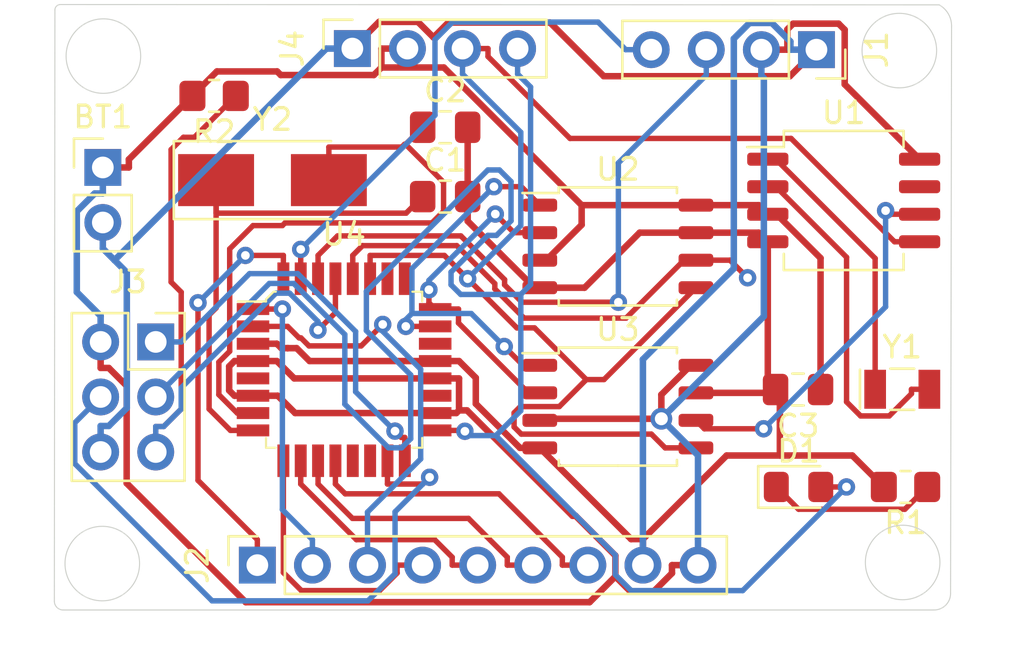
<source format=kicad_pcb>
(kicad_pcb (version 20171130) (host pcbnew "(5.1.10)-1")

  (general
    (thickness 1.6)
    (drawings 12)
    (tracks 410)
    (zones 0)
    (modules 17)
    (nets 32)
  )

  (page A4)
  (title_block
    (title "Arduino clone")
    (date 2021-10-08)
    (company "Ahmad Aljoundi ")
  )

  (layers
    (0 F.Cu signal)
    (1 In1.Cu power)
    (2 In2.Cu power)
    (31 B.Cu signal)
    (32 B.Adhes user)
    (33 F.Adhes user)
    (34 B.Paste user)
    (35 F.Paste user)
    (36 B.SilkS user)
    (37 F.SilkS user)
    (38 B.Mask user)
    (39 F.Mask user)
    (40 Dwgs.User user)
    (41 Cmts.User user)
    (42 Eco1.User user)
    (43 Eco2.User user)
    (44 Edge.Cuts user)
    (45 Margin user)
    (46 B.CrtYd user)
    (47 F.CrtYd user)
    (48 B.Fab user)
    (49 F.Fab user)
  )

  (setup
    (last_trace_width 0.25)
    (user_trace_width 0.3)
    (trace_clearance 0.2)
    (zone_clearance 0.508)
    (zone_45_only no)
    (trace_min 0.2)
    (via_size 0.8)
    (via_drill 0.4)
    (via_min_size 0.4)
    (via_min_drill 0.3)
    (user_via 1 0.6)
    (uvia_size 0.3)
    (uvia_drill 0.1)
    (uvias_allowed no)
    (uvia_min_size 0.2)
    (uvia_min_drill 0.1)
    (edge_width 0.05)
    (segment_width 0.2)
    (pcb_text_width 0.3)
    (pcb_text_size 1.5 1.5)
    (mod_edge_width 0.12)
    (mod_text_size 1 1)
    (mod_text_width 0.15)
    (pad_size 1.524 1.524)
    (pad_drill 0.762)
    (pad_to_mask_clearance 0)
    (aux_axis_origin 0 0)
    (visible_elements 7FFFFFFF)
    (pcbplotparams
      (layerselection 0x010fc_ffffffff)
      (usegerberextensions false)
      (usegerberattributes true)
      (usegerberadvancedattributes true)
      (creategerberjobfile true)
      (excludeedgelayer true)
      (linewidth 0.100000)
      (plotframeref false)
      (viasonmask false)
      (mode 1)
      (useauxorigin false)
      (hpglpennumber 1)
      (hpglpenspeed 20)
      (hpglpendiameter 15.000000)
      (psnegative false)
      (psa4output false)
      (plotreference true)
      (plotvalue true)
      (plotinvisibletext false)
      (padsonsilk false)
      (subtractmaskfromsilk false)
      (outputformat 1)
      (mirror false)
      (drillshape 1)
      (scaleselection 1)
      (outputdirectory ""))
  )

  (net 0 "")
  (net 1 /VCC)
  (net 2 GNDPWR)
  (net 3 "Net-(C1-Pad1)")
  (net 4 "Net-(C2-Pad1)")
  (net 5 "Net-(D1-Pad1)")
  (net 6 /SCK)
  (net 7 /TX)
  (net 8 /RX)
  (net 9 /D2)
  (net 10 /D3)
  (net 11 /D4)
  (net 12 /D5)
  (net 13 /D6)
  (net 14 /D7)
  (net 15 /D8)
  (net 16 /MISO)
  (net 17 /MOSI)
  (net 18 /RESET)
  (net 19 /SDA)
  (net 20 "Net-(U1-Pad1)")
  (net 21 "Net-(U1-Pad2)")
  (net 22 /SCL)
  (net 23 "Net-(U1-Pad7)")
  (net 24 /ADDS2)
  (net 25 /ADDS1)
  (net 26 "Net-(U4-Pad13)")
  (net 27 "Net-(U4-Pad14)")
  (net 28 "Net-(U4-Pad19)")
  (net 29 "Net-(U4-Pad22)")
  (net 30 "Net-(U4-Pad25)")
  (net 31 "Net-(U4-Pad26)")

  (net_class Default "This is the default net class."
    (clearance 0.2)
    (trace_width 0.25)
    (via_dia 0.8)
    (via_drill 0.4)
    (uvia_dia 0.3)
    (uvia_drill 0.1)
    (add_net /ADDS1)
    (add_net /ADDS2)
    (add_net /D2)
    (add_net /D3)
    (add_net /D4)
    (add_net /D5)
    (add_net /D6)
    (add_net /D7)
    (add_net /D8)
    (add_net /MISO)
    (add_net /MOSI)
    (add_net /RESET)
    (add_net /RX)
    (add_net /SCK)
    (add_net /SCL)
    (add_net /SDA)
    (add_net /TX)
    (add_net "Net-(C1-Pad1)")
    (add_net "Net-(C2-Pad1)")
    (add_net "Net-(D1-Pad1)")
    (add_net "Net-(U1-Pad1)")
    (add_net "Net-(U1-Pad2)")
    (add_net "Net-(U1-Pad7)")
    (add_net "Net-(U4-Pad13)")
    (add_net "Net-(U4-Pad14)")
    (add_net "Net-(U4-Pad19)")
    (add_net "Net-(U4-Pad22)")
    (add_net "Net-(U4-Pad25)")
    (add_net "Net-(U4-Pad26)")
  )

  (net_class Power ""
    (clearance 0.2)
    (trace_width 0.3)
    (via_dia 1)
    (via_drill 0.6)
    (uvia_dia 0.3)
    (uvia_drill 0.1)
    (add_net /VCC)
    (add_net GNDPWR)
  )

  (module Connector_PinHeader_2.54mm:PinHeader_1x02_P2.54mm_Vertical (layer F.Cu) (tedit 59FED5CC) (tstamp 616064C3)
    (at 147.904 71.0438)
    (descr "Through hole straight pin header, 1x02, 2.54mm pitch, single row")
    (tags "Through hole pin header THT 1x02 2.54mm single row")
    (path /615F0300)
    (fp_text reference BT1 (at 0 -2.33) (layer F.SilkS)
      (effects (font (size 1 1) (thickness 0.15)))
    )
    (fp_text value "Battery 3V" (at 0 4.87) (layer F.Fab)
      (effects (font (size 1 1) (thickness 0.15)))
    )
    (fp_line (start -0.635 -1.27) (end 1.27 -1.27) (layer F.Fab) (width 0.1))
    (fp_line (start 1.27 -1.27) (end 1.27 3.81) (layer F.Fab) (width 0.1))
    (fp_line (start 1.27 3.81) (end -1.27 3.81) (layer F.Fab) (width 0.1))
    (fp_line (start -1.27 3.81) (end -1.27 -0.635) (layer F.Fab) (width 0.1))
    (fp_line (start -1.27 -0.635) (end -0.635 -1.27) (layer F.Fab) (width 0.1))
    (fp_line (start -1.33 3.87) (end 1.33 3.87) (layer F.SilkS) (width 0.12))
    (fp_line (start -1.33 1.27) (end -1.33 3.87) (layer F.SilkS) (width 0.12))
    (fp_line (start 1.33 1.27) (end 1.33 3.87) (layer F.SilkS) (width 0.12))
    (fp_line (start -1.33 1.27) (end 1.33 1.27) (layer F.SilkS) (width 0.12))
    (fp_line (start -1.33 0) (end -1.33 -1.33) (layer F.SilkS) (width 0.12))
    (fp_line (start -1.33 -1.33) (end 0 -1.33) (layer F.SilkS) (width 0.12))
    (fp_line (start -1.8 -1.8) (end -1.8 4.35) (layer F.CrtYd) (width 0.05))
    (fp_line (start -1.8 4.35) (end 1.8 4.35) (layer F.CrtYd) (width 0.05))
    (fp_line (start 1.8 4.35) (end 1.8 -1.8) (layer F.CrtYd) (width 0.05))
    (fp_line (start 1.8 -1.8) (end -1.8 -1.8) (layer F.CrtYd) (width 0.05))
    (fp_text user %R (at 0 1.27 90) (layer F.Fab)
      (effects (font (size 1 1) (thickness 0.15)))
    )
    (pad 1 thru_hole rect (at 0 0) (size 1.7 1.7) (drill 1) (layers *.Cu *.Mask)
      (net 1 /VCC))
    (pad 2 thru_hole oval (at 0 2.54) (size 1.7 1.7) (drill 1) (layers *.Cu *.Mask)
      (net 2 GNDPWR))
    (model ${KICAD6_3DMODEL_DIR}/Connector_PinHeader_2.54mm.3dshapes/PinHeader_1x02_P2.54mm_Vertical.wrl
      (at (xyz 0 0 0))
      (scale (xyz 1 1 1))
      (rotate (xyz 0 0 0))
    )
  )

  (module Capacitor_SMD:C_0805_2012Metric_Pad1.18x1.45mm_HandSolder (layer F.Cu) (tedit 5F68FEEF) (tstamp 616064D4)
    (at 163.69 72.39)
    (descr "Capacitor SMD 0805 (2012 Metric), square (rectangular) end terminal, IPC_7351 nominal with elongated pad for handsoldering. (Body size source: IPC-SM-782 page 76, https://www.pcb-3d.com/wordpress/wp-content/uploads/ipc-sm-782a_amendment_1_and_2.pdf, https://docs.google.com/spreadsheets/d/1BsfQQcO9C6DZCsRaXUlFlo91Tg2WpOkGARC1WS5S8t0/edit?usp=sharing), generated with kicad-footprint-generator")
    (tags "capacitor handsolder")
    (path /615F14AB)
    (attr smd)
    (fp_text reference C1 (at 0 -1.68) (layer F.SilkS)
      (effects (font (size 1 1) (thickness 0.15)))
    )
    (fp_text value 22pF (at 0 1.68) (layer F.Fab)
      (effects (font (size 1 1) (thickness 0.15)))
    )
    (fp_line (start -1 0.625) (end -1 -0.625) (layer F.Fab) (width 0.1))
    (fp_line (start -1 -0.625) (end 1 -0.625) (layer F.Fab) (width 0.1))
    (fp_line (start 1 -0.625) (end 1 0.625) (layer F.Fab) (width 0.1))
    (fp_line (start 1 0.625) (end -1 0.625) (layer F.Fab) (width 0.1))
    (fp_line (start -0.261252 -0.735) (end 0.261252 -0.735) (layer F.SilkS) (width 0.12))
    (fp_line (start -0.261252 0.735) (end 0.261252 0.735) (layer F.SilkS) (width 0.12))
    (fp_line (start -1.88 0.98) (end -1.88 -0.98) (layer F.CrtYd) (width 0.05))
    (fp_line (start -1.88 -0.98) (end 1.88 -0.98) (layer F.CrtYd) (width 0.05))
    (fp_line (start 1.88 -0.98) (end 1.88 0.98) (layer F.CrtYd) (width 0.05))
    (fp_line (start 1.88 0.98) (end -1.88 0.98) (layer F.CrtYd) (width 0.05))
    (fp_text user %R (at 0 0) (layer F.Fab)
      (effects (font (size 0.5 0.5) (thickness 0.08)))
    )
    (pad 1 smd roundrect (at -1.0375 0) (size 1.175 1.45) (layers F.Cu F.Paste F.Mask) (roundrect_rratio 0.212766)
      (net 3 "Net-(C1-Pad1)"))
    (pad 2 smd roundrect (at 1.0375 0) (size 1.175 1.45) (layers F.Cu F.Paste F.Mask) (roundrect_rratio 0.212766)
      (net 2 GNDPWR))
    (model ${KICAD6_3DMODEL_DIR}/Capacitor_SMD.3dshapes/C_0805_2012Metric.wrl
      (at (xyz 0 0 0))
      (scale (xyz 1 1 1))
      (rotate (xyz 0 0 0))
    )
  )

  (module Capacitor_SMD:C_0805_2012Metric_Pad1.18x1.45mm_HandSolder (layer F.Cu) (tedit 5F68FEEF) (tstamp 616064E5)
    (at 163.69 69.1896)
    (descr "Capacitor SMD 0805 (2012 Metric), square (rectangular) end terminal, IPC_7351 nominal with elongated pad for handsoldering. (Body size source: IPC-SM-782 page 76, https://www.pcb-3d.com/wordpress/wp-content/uploads/ipc-sm-782a_amendment_1_and_2.pdf, https://docs.google.com/spreadsheets/d/1BsfQQcO9C6DZCsRaXUlFlo91Tg2WpOkGARC1WS5S8t0/edit?usp=sharing), generated with kicad-footprint-generator")
    (tags "capacitor handsolder")
    (path /615F1778)
    (attr smd)
    (fp_text reference C2 (at 0 -1.68) (layer F.SilkS)
      (effects (font (size 1 1) (thickness 0.15)))
    )
    (fp_text value 22pF (at 0 1.68) (layer F.Fab)
      (effects (font (size 1 1) (thickness 0.15)))
    )
    (fp_line (start -1 0.625) (end -1 -0.625) (layer F.Fab) (width 0.1))
    (fp_line (start -1 -0.625) (end 1 -0.625) (layer F.Fab) (width 0.1))
    (fp_line (start 1 -0.625) (end 1 0.625) (layer F.Fab) (width 0.1))
    (fp_line (start 1 0.625) (end -1 0.625) (layer F.Fab) (width 0.1))
    (fp_line (start -0.261252 -0.735) (end 0.261252 -0.735) (layer F.SilkS) (width 0.12))
    (fp_line (start -0.261252 0.735) (end 0.261252 0.735) (layer F.SilkS) (width 0.12))
    (fp_line (start -1.88 0.98) (end -1.88 -0.98) (layer F.CrtYd) (width 0.05))
    (fp_line (start -1.88 -0.98) (end 1.88 -0.98) (layer F.CrtYd) (width 0.05))
    (fp_line (start 1.88 -0.98) (end 1.88 0.98) (layer F.CrtYd) (width 0.05))
    (fp_line (start 1.88 0.98) (end -1.88 0.98) (layer F.CrtYd) (width 0.05))
    (fp_text user %R (at 0 0) (layer F.Fab)
      (effects (font (size 0.5 0.5) (thickness 0.08)))
    )
    (pad 1 smd roundrect (at -1.0375 0) (size 1.175 1.45) (layers F.Cu F.Paste F.Mask) (roundrect_rratio 0.212766)
      (net 4 "Net-(C2-Pad1)"))
    (pad 2 smd roundrect (at 1.0375 0) (size 1.175 1.45) (layers F.Cu F.Paste F.Mask) (roundrect_rratio 0.212766)
      (net 2 GNDPWR))
    (model ${KICAD6_3DMODEL_DIR}/Capacitor_SMD.3dshapes/C_0805_2012Metric.wrl
      (at (xyz 0 0 0))
      (scale (xyz 1 1 1))
      (rotate (xyz 0 0 0))
    )
  )

  (module Capacitor_SMD:C_0805_2012Metric_Pad1.18x1.45mm_HandSolder (layer F.Cu) (tedit 5F68FEEF) (tstamp 616064F6)
    (at 179.962 81.2927 180)
    (descr "Capacitor SMD 0805 (2012 Metric), square (rectangular) end terminal, IPC_7351 nominal with elongated pad for handsoldering. (Body size source: IPC-SM-782 page 76, https://www.pcb-3d.com/wordpress/wp-content/uploads/ipc-sm-782a_amendment_1_and_2.pdf, https://docs.google.com/spreadsheets/d/1BsfQQcO9C6DZCsRaXUlFlo91Tg2WpOkGARC1WS5S8t0/edit?usp=sharing), generated with kicad-footprint-generator")
    (tags "capacitor handsolder")
    (path /615F1B97)
    (attr smd)
    (fp_text reference C3 (at 0 -1.68) (layer F.SilkS)
      (effects (font (size 1 1) (thickness 0.15)))
    )
    (fp_text value 10uF (at 0 1.68) (layer F.Fab)
      (effects (font (size 1 1) (thickness 0.15)))
    )
    (fp_line (start 1.88 0.98) (end -1.88 0.98) (layer F.CrtYd) (width 0.05))
    (fp_line (start 1.88 -0.98) (end 1.88 0.98) (layer F.CrtYd) (width 0.05))
    (fp_line (start -1.88 -0.98) (end 1.88 -0.98) (layer F.CrtYd) (width 0.05))
    (fp_line (start -1.88 0.98) (end -1.88 -0.98) (layer F.CrtYd) (width 0.05))
    (fp_line (start -0.261252 0.735) (end 0.261252 0.735) (layer F.SilkS) (width 0.12))
    (fp_line (start -0.261252 -0.735) (end 0.261252 -0.735) (layer F.SilkS) (width 0.12))
    (fp_line (start 1 0.625) (end -1 0.625) (layer F.Fab) (width 0.1))
    (fp_line (start 1 -0.625) (end 1 0.625) (layer F.Fab) (width 0.1))
    (fp_line (start -1 -0.625) (end 1 -0.625) (layer F.Fab) (width 0.1))
    (fp_line (start -1 0.625) (end -1 -0.625) (layer F.Fab) (width 0.1))
    (fp_text user %R (at 0 0) (layer F.Fab)
      (effects (font (size 0.5 0.5) (thickness 0.08)))
    )
    (pad 2 smd roundrect (at 1.0375 0 180) (size 1.175 1.45) (layers F.Cu F.Paste F.Mask) (roundrect_rratio 0.212766)
      (net 2 GNDPWR))
    (pad 1 smd roundrect (at -1.0375 0 180) (size 1.175 1.45) (layers F.Cu F.Paste F.Mask) (roundrect_rratio 0.212766)
      (net 1 /VCC))
    (model ${KICAD6_3DMODEL_DIR}/Capacitor_SMD.3dshapes/C_0805_2012Metric.wrl
      (at (xyz 0 0 0))
      (scale (xyz 1 1 1))
      (rotate (xyz 0 0 0))
    )
  )

  (module LED_SMD:LED_0805_2012Metric_Pad1.15x1.40mm_HandSolder (layer F.Cu) (tedit 5F68FEF1) (tstamp 61606509)
    (at 179.984 85.7885)
    (descr "LED SMD 0805 (2012 Metric), square (rectangular) end terminal, IPC_7351 nominal, (Body size source: https://docs.google.com/spreadsheets/d/1BsfQQcO9C6DZCsRaXUlFlo91Tg2WpOkGARC1WS5S8t0/edit?usp=sharing), generated with kicad-footprint-generator")
    (tags "LED handsolder")
    (path /615F28FB)
    (attr smd)
    (fp_text reference D1 (at 0 -1.65) (layer F.SilkS)
      (effects (font (size 1 1) (thickness 0.15)))
    )
    (fp_text value LED (at 0 1.65) (layer F.Fab)
      (effects (font (size 1 1) (thickness 0.15)))
    )
    (fp_line (start 1 -0.6) (end -0.7 -0.6) (layer F.Fab) (width 0.1))
    (fp_line (start -0.7 -0.6) (end -1 -0.3) (layer F.Fab) (width 0.1))
    (fp_line (start -1 -0.3) (end -1 0.6) (layer F.Fab) (width 0.1))
    (fp_line (start -1 0.6) (end 1 0.6) (layer F.Fab) (width 0.1))
    (fp_line (start 1 0.6) (end 1 -0.6) (layer F.Fab) (width 0.1))
    (fp_line (start 1 -0.96) (end -1.86 -0.96) (layer F.SilkS) (width 0.12))
    (fp_line (start -1.86 -0.96) (end -1.86 0.96) (layer F.SilkS) (width 0.12))
    (fp_line (start -1.86 0.96) (end 1 0.96) (layer F.SilkS) (width 0.12))
    (fp_line (start -1.85 0.95) (end -1.85 -0.95) (layer F.CrtYd) (width 0.05))
    (fp_line (start -1.85 -0.95) (end 1.85 -0.95) (layer F.CrtYd) (width 0.05))
    (fp_line (start 1.85 -0.95) (end 1.85 0.95) (layer F.CrtYd) (width 0.05))
    (fp_line (start 1.85 0.95) (end -1.85 0.95) (layer F.CrtYd) (width 0.05))
    (fp_text user %R (at 0 0) (layer F.Fab)
      (effects (font (size 0.5 0.5) (thickness 0.08)))
    )
    (pad 1 smd roundrect (at -1.025 0) (size 1.15 1.4) (layers F.Cu F.Paste F.Mask) (roundrect_rratio 0.217391)
      (net 5 "Net-(D1-Pad1)"))
    (pad 2 smd roundrect (at 1.025 0) (size 1.15 1.4) (layers F.Cu F.Paste F.Mask) (roundrect_rratio 0.217391)
      (net 6 /SCK))
    (model ${KICAD6_3DMODEL_DIR}/LED_SMD.3dshapes/LED_0805_2012Metric.wrl
      (at (xyz 0 0 0))
      (scale (xyz 1 1 1))
      (rotate (xyz 0 0 0))
    )
  )

  (module Connector_PinSocket_2.54mm:PinSocket_1x04_P2.54mm_Vertical (layer F.Cu) (tedit 5A19A429) (tstamp 61606521)
    (at 180.81 65.6082 270)
    (descr "Through hole straight socket strip, 1x04, 2.54mm pitch, single row (from Kicad 4.0.7), script generated")
    (tags "Through hole socket strip THT 1x04 2.54mm single row")
    (path /615F48EA/615F6E29)
    (fp_text reference J1 (at 0 -2.77 90) (layer F.SilkS)
      (effects (font (size 1 1) (thickness 0.15)))
    )
    (fp_text value Serial (at 0 10.39 90) (layer F.Fab)
      (effects (font (size 1 1) (thickness 0.15)))
    )
    (fp_line (start -1.8 9.4) (end -1.8 -1.8) (layer F.CrtYd) (width 0.05))
    (fp_line (start 1.75 9.4) (end -1.8 9.4) (layer F.CrtYd) (width 0.05))
    (fp_line (start 1.75 -1.8) (end 1.75 9.4) (layer F.CrtYd) (width 0.05))
    (fp_line (start -1.8 -1.8) (end 1.75 -1.8) (layer F.CrtYd) (width 0.05))
    (fp_line (start 0 -1.33) (end 1.33 -1.33) (layer F.SilkS) (width 0.12))
    (fp_line (start 1.33 -1.33) (end 1.33 0) (layer F.SilkS) (width 0.12))
    (fp_line (start 1.33 1.27) (end 1.33 8.95) (layer F.SilkS) (width 0.12))
    (fp_line (start -1.33 8.95) (end 1.33 8.95) (layer F.SilkS) (width 0.12))
    (fp_line (start -1.33 1.27) (end -1.33 8.95) (layer F.SilkS) (width 0.12))
    (fp_line (start -1.33 1.27) (end 1.33 1.27) (layer F.SilkS) (width 0.12))
    (fp_line (start -1.27 8.89) (end -1.27 -1.27) (layer F.Fab) (width 0.1))
    (fp_line (start 1.27 8.89) (end -1.27 8.89) (layer F.Fab) (width 0.1))
    (fp_line (start 1.27 -0.635) (end 1.27 8.89) (layer F.Fab) (width 0.1))
    (fp_line (start 0.635 -1.27) (end 1.27 -0.635) (layer F.Fab) (width 0.1))
    (fp_line (start -1.27 -1.27) (end 0.635 -1.27) (layer F.Fab) (width 0.1))
    (fp_text user %R (at 0 3.81) (layer F.Fab)
      (effects (font (size 1 1) (thickness 0.15)))
    )
    (pad 4 thru_hole oval (at 0 7.62 270) (size 1.7 1.7) (drill 1) (layers *.Cu *.Mask)
      (net 7 /TX))
    (pad 3 thru_hole oval (at 0 5.08 270) (size 1.7 1.7) (drill 1) (layers *.Cu *.Mask)
      (net 8 /RX))
    (pad 2 thru_hole oval (at 0 2.54 270) (size 1.7 1.7) (drill 1) (layers *.Cu *.Mask)
      (net 1 /VCC))
    (pad 1 thru_hole rect (at 0 0 270) (size 1.7 1.7) (drill 1) (layers *.Cu *.Mask)
      (net 2 GNDPWR))
    (model ${KICAD6_3DMODEL_DIR}/Connector_PinSocket_2.54mm.3dshapes/PinSocket_1x04_P2.54mm_Vertical.wrl
      (at (xyz 0 0 0))
      (scale (xyz 1 1 1))
      (rotate (xyz 0 0 0))
    )
  )

  (module Connector_PinSocket_2.54mm:PinSocket_1x09_P2.54mm_Vertical (layer F.Cu) (tedit 5A19A431) (tstamp 6160653E)
    (at 155.029 89.3953 90)
    (descr "Through hole straight socket strip, 1x09, 2.54mm pitch, single row (from Kicad 4.0.7), script generated")
    (tags "Through hole socket strip THT 1x09 2.54mm single row")
    (path /615F48EA/615F63B0)
    (fp_text reference J2 (at 0 -2.77 90) (layer F.SilkS)
      (effects (font (size 1 1) (thickness 0.15)))
    )
    (fp_text value "Digital pins" (at 0 23.09 90) (layer F.Fab)
      (effects (font (size 1 1) (thickness 0.15)))
    )
    (fp_line (start -1.27 -1.27) (end 0.635 -1.27) (layer F.Fab) (width 0.1))
    (fp_line (start 0.635 -1.27) (end 1.27 -0.635) (layer F.Fab) (width 0.1))
    (fp_line (start 1.27 -0.635) (end 1.27 21.59) (layer F.Fab) (width 0.1))
    (fp_line (start 1.27 21.59) (end -1.27 21.59) (layer F.Fab) (width 0.1))
    (fp_line (start -1.27 21.59) (end -1.27 -1.27) (layer F.Fab) (width 0.1))
    (fp_line (start -1.33 1.27) (end 1.33 1.27) (layer F.SilkS) (width 0.12))
    (fp_line (start -1.33 1.27) (end -1.33 21.65) (layer F.SilkS) (width 0.12))
    (fp_line (start -1.33 21.65) (end 1.33 21.65) (layer F.SilkS) (width 0.12))
    (fp_line (start 1.33 1.27) (end 1.33 21.65) (layer F.SilkS) (width 0.12))
    (fp_line (start 1.33 -1.33) (end 1.33 0) (layer F.SilkS) (width 0.12))
    (fp_line (start 0 -1.33) (end 1.33 -1.33) (layer F.SilkS) (width 0.12))
    (fp_line (start -1.8 -1.8) (end 1.75 -1.8) (layer F.CrtYd) (width 0.05))
    (fp_line (start 1.75 -1.8) (end 1.75 22.1) (layer F.CrtYd) (width 0.05))
    (fp_line (start 1.75 22.1) (end -1.8 22.1) (layer F.CrtYd) (width 0.05))
    (fp_line (start -1.8 22.1) (end -1.8 -1.8) (layer F.CrtYd) (width 0.05))
    (fp_text user %R (at 0 10.16) (layer F.Fab)
      (effects (font (size 1 1) (thickness 0.15)))
    )
    (pad 1 thru_hole rect (at 0 0 90) (size 1.7 1.7) (drill 1) (layers *.Cu *.Mask)
      (net 9 /D2))
    (pad 2 thru_hole oval (at 0 2.54 90) (size 1.7 1.7) (drill 1) (layers *.Cu *.Mask)
      (net 10 /D3))
    (pad 3 thru_hole oval (at 0 5.08 90) (size 1.7 1.7) (drill 1) (layers *.Cu *.Mask)
      (net 11 /D4))
    (pad 4 thru_hole oval (at 0 7.62 90) (size 1.7 1.7) (drill 1) (layers *.Cu *.Mask)
      (net 12 /D5))
    (pad 5 thru_hole oval (at 0 10.16 90) (size 1.7 1.7) (drill 1) (layers *.Cu *.Mask)
      (net 13 /D6))
    (pad 6 thru_hole oval (at 0 12.7 90) (size 1.7 1.7) (drill 1) (layers *.Cu *.Mask)
      (net 14 /D7))
    (pad 7 thru_hole oval (at 0 15.24 90) (size 1.7 1.7) (drill 1) (layers *.Cu *.Mask)
      (net 15 /D8))
    (pad 8 thru_hole oval (at 0 17.78 90) (size 1.7 1.7) (drill 1) (layers *.Cu *.Mask)
      (net 2 GNDPWR))
    (pad 9 thru_hole oval (at 0 20.32 90) (size 1.7 1.7) (drill 1) (layers *.Cu *.Mask)
      (net 1 /VCC))
    (model ${KICAD6_3DMODEL_DIR}/Connector_PinSocket_2.54mm.3dshapes/PinSocket_1x09_P2.54mm_Vertical.wrl
      (at (xyz 0 0 0))
      (scale (xyz 1 1 1))
      (rotate (xyz 0 0 0))
    )
  )

  (module Connector_PinSocket_2.54mm:PinSocket_2x03_P2.54mm_Vertical (layer F.Cu) (tedit 5A19A425) (tstamp 6160655A)
    (at 150.343 79.0956)
    (descr "Through hole straight socket strip, 2x03, 2.54mm pitch, double cols (from Kicad 4.0.7), script generated")
    (tags "Through hole socket strip THT 2x03 2.54mm double row")
    (path /615F48EA/615F7604)
    (fp_text reference J3 (at -1.27 -2.77) (layer F.SilkS)
      (effects (font (size 1 1) (thickness 0.15)))
    )
    (fp_text value "ICSP connector" (at -1.27 7.85) (layer F.Fab)
      (effects (font (size 1 1) (thickness 0.15)))
    )
    (fp_line (start -3.81 -1.27) (end 0.27 -1.27) (layer F.Fab) (width 0.1))
    (fp_line (start 0.27 -1.27) (end 1.27 -0.27) (layer F.Fab) (width 0.1))
    (fp_line (start 1.27 -0.27) (end 1.27 6.35) (layer F.Fab) (width 0.1))
    (fp_line (start 1.27 6.35) (end -3.81 6.35) (layer F.Fab) (width 0.1))
    (fp_line (start -3.81 6.35) (end -3.81 -1.27) (layer F.Fab) (width 0.1))
    (fp_line (start -3.87 -1.33) (end -1.27 -1.33) (layer F.SilkS) (width 0.12))
    (fp_line (start -3.87 -1.33) (end -3.87 6.41) (layer F.SilkS) (width 0.12))
    (fp_line (start -3.87 6.41) (end 1.33 6.41) (layer F.SilkS) (width 0.12))
    (fp_line (start 1.33 1.27) (end 1.33 6.41) (layer F.SilkS) (width 0.12))
    (fp_line (start -1.27 1.27) (end 1.33 1.27) (layer F.SilkS) (width 0.12))
    (fp_line (start -1.27 -1.33) (end -1.27 1.27) (layer F.SilkS) (width 0.12))
    (fp_line (start 1.33 -1.33) (end 1.33 0) (layer F.SilkS) (width 0.12))
    (fp_line (start 0 -1.33) (end 1.33 -1.33) (layer F.SilkS) (width 0.12))
    (fp_line (start -4.34 -1.8) (end 1.76 -1.8) (layer F.CrtYd) (width 0.05))
    (fp_line (start 1.76 -1.8) (end 1.76 6.85) (layer F.CrtYd) (width 0.05))
    (fp_line (start 1.76 6.85) (end -4.34 6.85) (layer F.CrtYd) (width 0.05))
    (fp_line (start -4.34 6.85) (end -4.34 -1.8) (layer F.CrtYd) (width 0.05))
    (fp_text user %R (at -1.27 2.54 90) (layer F.Fab)
      (effects (font (size 1 1) (thickness 0.15)))
    )
    (pad 1 thru_hole rect (at 0 0) (size 1.7 1.7) (drill 1) (layers *.Cu *.Mask)
      (net 16 /MISO))
    (pad 2 thru_hole oval (at -2.54 0) (size 1.7 1.7) (drill 1) (layers *.Cu *.Mask)
      (net 1 /VCC))
    (pad 3 thru_hole oval (at 0 2.54) (size 1.7 1.7) (drill 1) (layers *.Cu *.Mask)
      (net 6 /SCK))
    (pad 4 thru_hole oval (at -2.54 2.54) (size 1.7 1.7) (drill 1) (layers *.Cu *.Mask)
      (net 17 /MOSI))
    (pad 5 thru_hole oval (at 0 5.08) (size 1.7 1.7) (drill 1) (layers *.Cu *.Mask)
      (net 18 /RESET))
    (pad 6 thru_hole oval (at -2.54 5.08) (size 1.7 1.7) (drill 1) (layers *.Cu *.Mask)
      (net 2 GNDPWR))
    (model ${KICAD6_3DMODEL_DIR}/Connector_PinSocket_2.54mm.3dshapes/PinSocket_2x03_P2.54mm_Vertical.wrl
      (at (xyz 0 0 0))
      (scale (xyz 1 1 1))
      (rotate (xyz 0 0 0))
    )
  )

  (module Connector_PinSocket_2.54mm:PinSocket_1x04_P2.54mm_Vertical (layer F.Cu) (tedit 5A19A429) (tstamp 61606572)
    (at 159.41 65.5582 90)
    (descr "Through hole straight socket strip, 1x04, 2.54mm pitch, single row (from Kicad 4.0.7), script generated")
    (tags "Through hole socket strip THT 1x04 2.54mm single row")
    (path /615F48EA/615F7C9E)
    (fp_text reference J4 (at 0 -2.77 90) (layer F.SilkS)
      (effects (font (size 1 1) (thickness 0.15)))
    )
    (fp_text value I2C (at 0 10.39 90) (layer F.Fab)
      (effects (font (size 1 1) (thickness 0.15)))
    )
    (fp_line (start -1.27 -1.27) (end 0.635 -1.27) (layer F.Fab) (width 0.1))
    (fp_line (start 0.635 -1.27) (end 1.27 -0.635) (layer F.Fab) (width 0.1))
    (fp_line (start 1.27 -0.635) (end 1.27 8.89) (layer F.Fab) (width 0.1))
    (fp_line (start 1.27 8.89) (end -1.27 8.89) (layer F.Fab) (width 0.1))
    (fp_line (start -1.27 8.89) (end -1.27 -1.27) (layer F.Fab) (width 0.1))
    (fp_line (start -1.33 1.27) (end 1.33 1.27) (layer F.SilkS) (width 0.12))
    (fp_line (start -1.33 1.27) (end -1.33 8.95) (layer F.SilkS) (width 0.12))
    (fp_line (start -1.33 8.95) (end 1.33 8.95) (layer F.SilkS) (width 0.12))
    (fp_line (start 1.33 1.27) (end 1.33 8.95) (layer F.SilkS) (width 0.12))
    (fp_line (start 1.33 -1.33) (end 1.33 0) (layer F.SilkS) (width 0.12))
    (fp_line (start 0 -1.33) (end 1.33 -1.33) (layer F.SilkS) (width 0.12))
    (fp_line (start -1.8 -1.8) (end 1.75 -1.8) (layer F.CrtYd) (width 0.05))
    (fp_line (start 1.75 -1.8) (end 1.75 9.4) (layer F.CrtYd) (width 0.05))
    (fp_line (start 1.75 9.4) (end -1.8 9.4) (layer F.CrtYd) (width 0.05))
    (fp_line (start -1.8 9.4) (end -1.8 -1.8) (layer F.CrtYd) (width 0.05))
    (fp_text user %R (at 0 3.81) (layer F.Fab)
      (effects (font (size 1 1) (thickness 0.15)))
    )
    (pad 1 thru_hole rect (at 0 0 90) (size 1.7 1.7) (drill 1) (layers *.Cu *.Mask)
      (net 2 GNDPWR))
    (pad 2 thru_hole oval (at 0 2.54 90) (size 1.7 1.7) (drill 1) (layers *.Cu *.Mask)
      (net 1 /VCC))
    (pad 3 thru_hole oval (at 0 5.08 90) (size 1.7 1.7) (drill 1) (layers *.Cu *.Mask)
      (net 19 /SDA))
    (pad 4 thru_hole oval (at 0 7.62 90) (size 1.7 1.7) (drill 1) (layers *.Cu *.Mask)
      (net 6 /SCK))
    (model ${KICAD6_3DMODEL_DIR}/Connector_PinSocket_2.54mm.3dshapes/PinSocket_1x04_P2.54mm_Vertical.wrl
      (at (xyz 0 0 0))
      (scale (xyz 1 1 1))
      (rotate (xyz 0 0 0))
    )
  )

  (module Resistor_SMD:R_0805_2012Metric_Pad1.20x1.40mm_HandSolder (layer F.Cu) (tedit 5F68FEEE) (tstamp 61606583)
    (at 184.917 85.7885 180)
    (descr "Resistor SMD 0805 (2012 Metric), square (rectangular) end terminal, IPC_7351 nominal with elongated pad for handsoldering. (Body size source: IPC-SM-782 page 72, https://www.pcb-3d.com/wordpress/wp-content/uploads/ipc-sm-782a_amendment_1_and_2.pdf), generated with kicad-footprint-generator")
    (tags "resistor handsolder")
    (path /615F2E86)
    (attr smd)
    (fp_text reference R1 (at 0 -1.65) (layer F.SilkS)
      (effects (font (size 1 1) (thickness 0.15)))
    )
    (fp_text value "330 ohm" (at 0 1.65) (layer F.Fab)
      (effects (font (size 1 1) (thickness 0.15)))
    )
    (fp_line (start 1.85 0.95) (end -1.85 0.95) (layer F.CrtYd) (width 0.05))
    (fp_line (start 1.85 -0.95) (end 1.85 0.95) (layer F.CrtYd) (width 0.05))
    (fp_line (start -1.85 -0.95) (end 1.85 -0.95) (layer F.CrtYd) (width 0.05))
    (fp_line (start -1.85 0.95) (end -1.85 -0.95) (layer F.CrtYd) (width 0.05))
    (fp_line (start -0.227064 0.735) (end 0.227064 0.735) (layer F.SilkS) (width 0.12))
    (fp_line (start -0.227064 -0.735) (end 0.227064 -0.735) (layer F.SilkS) (width 0.12))
    (fp_line (start 1 0.625) (end -1 0.625) (layer F.Fab) (width 0.1))
    (fp_line (start 1 -0.625) (end 1 0.625) (layer F.Fab) (width 0.1))
    (fp_line (start -1 -0.625) (end 1 -0.625) (layer F.Fab) (width 0.1))
    (fp_line (start -1 0.625) (end -1 -0.625) (layer F.Fab) (width 0.1))
    (fp_text user %R (at 0 0) (layer F.Fab)
      (effects (font (size 0.5 0.5) (thickness 0.08)))
    )
    (pad 2 smd roundrect (at 1 0 180) (size 1.2 1.4) (layers F.Cu F.Paste F.Mask) (roundrect_rratio 0.208333)
      (net 2 GNDPWR))
    (pad 1 smd roundrect (at -1 0 180) (size 1.2 1.4) (layers F.Cu F.Paste F.Mask) (roundrect_rratio 0.208333)
      (net 5 "Net-(D1-Pad1)"))
    (model ${KICAD6_3DMODEL_DIR}/Resistor_SMD.3dshapes/R_0805_2012Metric.wrl
      (at (xyz 0 0 0))
      (scale (xyz 1 1 1))
      (rotate (xyz 0 0 0))
    )
  )

  (module Resistor_SMD:R_0805_2012Metric_Pad1.20x1.40mm_HandSolder (layer F.Cu) (tedit 5F68FEEE) (tstamp 61606594)
    (at 153.035 67.7418 180)
    (descr "Resistor SMD 0805 (2012 Metric), square (rectangular) end terminal, IPC_7351 nominal with elongated pad for handsoldering. (Body size source: IPC-SM-782 page 72, https://www.pcb-3d.com/wordpress/wp-content/uploads/ipc-sm-782a_amendment_1_and_2.pdf), generated with kicad-footprint-generator")
    (tags "resistor handsolder")
    (path /615F3234)
    (attr smd)
    (fp_text reference R2 (at 0 -1.65) (layer F.SilkS)
      (effects (font (size 1 1) (thickness 0.15)))
    )
    (fp_text value "10K ohm" (at 0 1.65) (layer F.Fab)
      (effects (font (size 1 1) (thickness 0.15)))
    )
    (fp_line (start -1 0.625) (end -1 -0.625) (layer F.Fab) (width 0.1))
    (fp_line (start -1 -0.625) (end 1 -0.625) (layer F.Fab) (width 0.1))
    (fp_line (start 1 -0.625) (end 1 0.625) (layer F.Fab) (width 0.1))
    (fp_line (start 1 0.625) (end -1 0.625) (layer F.Fab) (width 0.1))
    (fp_line (start -0.227064 -0.735) (end 0.227064 -0.735) (layer F.SilkS) (width 0.12))
    (fp_line (start -0.227064 0.735) (end 0.227064 0.735) (layer F.SilkS) (width 0.12))
    (fp_line (start -1.85 0.95) (end -1.85 -0.95) (layer F.CrtYd) (width 0.05))
    (fp_line (start -1.85 -0.95) (end 1.85 -0.95) (layer F.CrtYd) (width 0.05))
    (fp_line (start 1.85 -0.95) (end 1.85 0.95) (layer F.CrtYd) (width 0.05))
    (fp_line (start 1.85 0.95) (end -1.85 0.95) (layer F.CrtYd) (width 0.05))
    (fp_text user %R (at 0 0) (layer F.Fab)
      (effects (font (size 0.5 0.5) (thickness 0.08)))
    )
    (pad 1 smd roundrect (at -1 0 180) (size 1.2 1.4) (layers F.Cu F.Paste F.Mask) (roundrect_rratio 0.208333)
      (net 18 /RESET))
    (pad 2 smd roundrect (at 1 0 180) (size 1.2 1.4) (layers F.Cu F.Paste F.Mask) (roundrect_rratio 0.208333)
      (net 1 /VCC))
    (model ${KICAD6_3DMODEL_DIR}/Resistor_SMD.3dshapes/R_0805_2012Metric.wrl
      (at (xyz 0 0 0))
      (scale (xyz 1 1 1))
      (rotate (xyz 0 0 0))
    )
  )

  (module Package_SO:SO-8_5.3x6.2mm_P1.27mm (layer F.Cu) (tedit 5EA5315B) (tstamp 616065B3)
    (at 182.067 72.5678)
    (descr "SO, 8 Pin (https://www.ti.com/lit/ml/msop001a/msop001a.pdf), generated with kicad-footprint-generator ipc_gullwing_generator.py")
    (tags "SO SO")
    (path /61601E43)
    (attr smd)
    (fp_text reference U1 (at 0 -4.05) (layer F.SilkS)
      (effects (font (size 1 1) (thickness 0.15)))
    )
    (fp_text value DS1337_AH (at 0 4.05) (layer F.Fab)
      (effects (font (size 1 1) (thickness 0.15)))
    )
    (fp_line (start 0 3.21) (end 2.76 3.21) (layer F.SilkS) (width 0.12))
    (fp_line (start 2.76 3.21) (end 2.76 2.465) (layer F.SilkS) (width 0.12))
    (fp_line (start 0 3.21) (end -2.76 3.21) (layer F.SilkS) (width 0.12))
    (fp_line (start -2.76 3.21) (end -2.76 2.465) (layer F.SilkS) (width 0.12))
    (fp_line (start 0 -3.21) (end 2.76 -3.21) (layer F.SilkS) (width 0.12))
    (fp_line (start 2.76 -3.21) (end 2.76 -2.465) (layer F.SilkS) (width 0.12))
    (fp_line (start 0 -3.21) (end -2.76 -3.21) (layer F.SilkS) (width 0.12))
    (fp_line (start -2.76 -3.21) (end -2.76 -2.465) (layer F.SilkS) (width 0.12))
    (fp_line (start -2.76 -2.465) (end -4.45 -2.465) (layer F.SilkS) (width 0.12))
    (fp_line (start -1.65 -3.1) (end 2.65 -3.1) (layer F.Fab) (width 0.1))
    (fp_line (start 2.65 -3.1) (end 2.65 3.1) (layer F.Fab) (width 0.1))
    (fp_line (start 2.65 3.1) (end -2.65 3.1) (layer F.Fab) (width 0.1))
    (fp_line (start -2.65 3.1) (end -2.65 -2.1) (layer F.Fab) (width 0.1))
    (fp_line (start -2.65 -2.1) (end -1.65 -3.1) (layer F.Fab) (width 0.1))
    (fp_line (start -4.7 -3.35) (end -4.7 3.35) (layer F.CrtYd) (width 0.05))
    (fp_line (start -4.7 3.35) (end 4.7 3.35) (layer F.CrtYd) (width 0.05))
    (fp_line (start 4.7 3.35) (end 4.7 -3.35) (layer F.CrtYd) (width 0.05))
    (fp_line (start 4.7 -3.35) (end -4.7 -3.35) (layer F.CrtYd) (width 0.05))
    (fp_text user %R (at 0 0) (layer F.Fab)
      (effects (font (size 1 1) (thickness 0.15)))
    )
    (pad 1 smd roundrect (at -3.5 -1.905) (size 1.9 0.6) (layers F.Cu F.Paste F.Mask) (roundrect_rratio 0.25)
      (net 20 "Net-(U1-Pad1)"))
    (pad 2 smd roundrect (at -3.5 -0.635) (size 1.9 0.6) (layers F.Cu F.Paste F.Mask) (roundrect_rratio 0.25)
      (net 21 "Net-(U1-Pad2)"))
    (pad 3 smd roundrect (at -3.5 0.635) (size 1.9 0.6) (layers F.Cu F.Paste F.Mask) (roundrect_rratio 0.25)
      (net 1 /VCC))
    (pad 4 smd roundrect (at -3.5 1.905) (size 1.9 0.6) (layers F.Cu F.Paste F.Mask) (roundrect_rratio 0.25)
      (net 2 GNDPWR))
    (pad 5 smd roundrect (at 3.5 1.905) (size 1.9 0.6) (layers F.Cu F.Paste F.Mask) (roundrect_rratio 0.25)
      (net 19 /SDA))
    (pad 6 smd roundrect (at 3.5 0.635) (size 1.9 0.6) (layers F.Cu F.Paste F.Mask) (roundrect_rratio 0.25)
      (net 22 /SCL))
    (pad 7 smd roundrect (at 3.5 -0.635) (size 1.9 0.6) (layers F.Cu F.Paste F.Mask) (roundrect_rratio 0.25)
      (net 23 "Net-(U1-Pad7)"))
    (pad 8 smd roundrect (at 3.5 -1.905) (size 1.9 0.6) (layers F.Cu F.Paste F.Mask) (roundrect_rratio 0.25)
      (net 1 /VCC))
    (model ${KICAD6_3DMODEL_DIR}/Package_SO.3dshapes/SO-8_5.3x6.2mm_P1.27mm.wrl
      (at (xyz 0 0 0))
      (scale (xyz 1 1 1))
      (rotate (xyz 0 0 0))
    )
  )

  (module Package_SO:SOIC-8_5.23x5.23mm_P1.27mm (layer F.Cu) (tedit 5D9F72B1) (tstamp 616065D2)
    (at 171.653 74.6887)
    (descr "SOIC, 8 Pin (http://www.winbond.com/resource-files/w25q32jv%20revg%2003272018%20plus.pdf#page=68), generated with kicad-footprint-generator ipc_gullwing_generator.py")
    (tags "SOIC SO")
    (path /616045B6)
    (attr smd)
    (fp_text reference U2 (at 0 -3.56) (layer F.SilkS)
      (effects (font (size 1 1) (thickness 0.15)))
    )
    (fp_text value 24LC1025 (at 0 3.56) (layer F.Fab)
      (effects (font (size 1 1) (thickness 0.15)))
    )
    (fp_line (start 4.65 -2.86) (end -4.65 -2.86) (layer F.CrtYd) (width 0.05))
    (fp_line (start 4.65 2.86) (end 4.65 -2.86) (layer F.CrtYd) (width 0.05))
    (fp_line (start -4.65 2.86) (end 4.65 2.86) (layer F.CrtYd) (width 0.05))
    (fp_line (start -4.65 -2.86) (end -4.65 2.86) (layer F.CrtYd) (width 0.05))
    (fp_line (start -2.615 -1.615) (end -1.615 -2.615) (layer F.Fab) (width 0.1))
    (fp_line (start -2.615 2.615) (end -2.615 -1.615) (layer F.Fab) (width 0.1))
    (fp_line (start 2.615 2.615) (end -2.615 2.615) (layer F.Fab) (width 0.1))
    (fp_line (start 2.615 -2.615) (end 2.615 2.615) (layer F.Fab) (width 0.1))
    (fp_line (start -1.615 -2.615) (end 2.615 -2.615) (layer F.Fab) (width 0.1))
    (fp_line (start -2.725 -2.465) (end -4.4 -2.465) (layer F.SilkS) (width 0.12))
    (fp_line (start -2.725 -2.725) (end -2.725 -2.465) (layer F.SilkS) (width 0.12))
    (fp_line (start 0 -2.725) (end -2.725 -2.725) (layer F.SilkS) (width 0.12))
    (fp_line (start 2.725 -2.725) (end 2.725 -2.465) (layer F.SilkS) (width 0.12))
    (fp_line (start 0 -2.725) (end 2.725 -2.725) (layer F.SilkS) (width 0.12))
    (fp_line (start -2.725 2.725) (end -2.725 2.465) (layer F.SilkS) (width 0.12))
    (fp_line (start 0 2.725) (end -2.725 2.725) (layer F.SilkS) (width 0.12))
    (fp_line (start 2.725 2.725) (end 2.725 2.465) (layer F.SilkS) (width 0.12))
    (fp_line (start 0 2.725) (end 2.725 2.725) (layer F.SilkS) (width 0.12))
    (fp_text user %R (at 0 0) (layer F.Fab)
      (effects (font (size 1 1) (thickness 0.15)))
    )
    (pad 8 smd roundrect (at 3.6 -1.905) (size 1.6 0.6) (layers F.Cu F.Paste F.Mask) (roundrect_rratio 0.25)
      (net 1 /VCC))
    (pad 7 smd roundrect (at 3.6 -0.635) (size 1.6 0.6) (layers F.Cu F.Paste F.Mask) (roundrect_rratio 0.25)
      (net 2 GNDPWR))
    (pad 6 smd roundrect (at 3.6 0.635) (size 1.6 0.6) (layers F.Cu F.Paste F.Mask) (roundrect_rratio 0.25)
      (net 22 /SCL))
    (pad 5 smd roundrect (at 3.6 1.905) (size 1.6 0.6) (layers F.Cu F.Paste F.Mask) (roundrect_rratio 0.25)
      (net 19 /SDA))
    (pad 4 smd roundrect (at -3.6 1.905) (size 1.6 0.6) (layers F.Cu F.Paste F.Mask) (roundrect_rratio 0.25)
      (net 2 GNDPWR))
    (pad 3 smd roundrect (at -3.6 0.635) (size 1.6 0.6) (layers F.Cu F.Paste F.Mask) (roundrect_rratio 0.25)
      (net 1 /VCC))
    (pad 2 smd roundrect (at -3.6 -0.635) (size 1.6 0.6) (layers F.Cu F.Paste F.Mask) (roundrect_rratio 0.25)
      (net 24 /ADDS2))
    (pad 1 smd roundrect (at -3.6 -1.905) (size 1.6 0.6) (layers F.Cu F.Paste F.Mask) (roundrect_rratio 0.25)
      (net 25 /ADDS1))
    (model ${KICAD6_3DMODEL_DIR}/Package_SO.3dshapes/SOIC-8_5.23x5.23mm_P1.27mm.wrl
      (at (xyz 0 0 0))
      (scale (xyz 1 1 1))
      (rotate (xyz 0 0 0))
    )
  )

  (module Package_SO:SOIC-8_5.23x5.23mm_P1.27mm (layer F.Cu) (tedit 5D9F72B1) (tstamp 616065F1)
    (at 171.653 82.0801)
    (descr "SOIC, 8 Pin (http://www.winbond.com/resource-files/w25q32jv%20revg%2003272018%20plus.pdf#page=68), generated with kicad-footprint-generator ipc_gullwing_generator.py")
    (tags "SOIC SO")
    (path /615F39A8)
    (attr smd)
    (fp_text reference U3 (at 0 -3.56) (layer F.SilkS)
      (effects (font (size 1 1) (thickness 0.15)))
    )
    (fp_text value 24LC1025 (at 0 3.56) (layer F.Fab)
      (effects (font (size 1 1) (thickness 0.15)))
    )
    (fp_line (start 0 2.725) (end 2.725 2.725) (layer F.SilkS) (width 0.12))
    (fp_line (start 2.725 2.725) (end 2.725 2.465) (layer F.SilkS) (width 0.12))
    (fp_line (start 0 2.725) (end -2.725 2.725) (layer F.SilkS) (width 0.12))
    (fp_line (start -2.725 2.725) (end -2.725 2.465) (layer F.SilkS) (width 0.12))
    (fp_line (start 0 -2.725) (end 2.725 -2.725) (layer F.SilkS) (width 0.12))
    (fp_line (start 2.725 -2.725) (end 2.725 -2.465) (layer F.SilkS) (width 0.12))
    (fp_line (start 0 -2.725) (end -2.725 -2.725) (layer F.SilkS) (width 0.12))
    (fp_line (start -2.725 -2.725) (end -2.725 -2.465) (layer F.SilkS) (width 0.12))
    (fp_line (start -2.725 -2.465) (end -4.4 -2.465) (layer F.SilkS) (width 0.12))
    (fp_line (start -1.615 -2.615) (end 2.615 -2.615) (layer F.Fab) (width 0.1))
    (fp_line (start 2.615 -2.615) (end 2.615 2.615) (layer F.Fab) (width 0.1))
    (fp_line (start 2.615 2.615) (end -2.615 2.615) (layer F.Fab) (width 0.1))
    (fp_line (start -2.615 2.615) (end -2.615 -1.615) (layer F.Fab) (width 0.1))
    (fp_line (start -2.615 -1.615) (end -1.615 -2.615) (layer F.Fab) (width 0.1))
    (fp_line (start -4.65 -2.86) (end -4.65 2.86) (layer F.CrtYd) (width 0.05))
    (fp_line (start -4.65 2.86) (end 4.65 2.86) (layer F.CrtYd) (width 0.05))
    (fp_line (start 4.65 2.86) (end 4.65 -2.86) (layer F.CrtYd) (width 0.05))
    (fp_line (start 4.65 -2.86) (end -4.65 -2.86) (layer F.CrtYd) (width 0.05))
    (fp_text user %R (at 0 0) (layer F.Fab)
      (effects (font (size 1 1) (thickness 0.15)))
    )
    (pad 1 smd roundrect (at -3.6 -1.905) (size 1.6 0.6) (layers F.Cu F.Paste F.Mask) (roundrect_rratio 0.25)
      (net 25 /ADDS1))
    (pad 2 smd roundrect (at -3.6 -0.635) (size 1.6 0.6) (layers F.Cu F.Paste F.Mask) (roundrect_rratio 0.25)
      (net 24 /ADDS2))
    (pad 3 smd roundrect (at -3.6 0.635) (size 1.6 0.6) (layers F.Cu F.Paste F.Mask) (roundrect_rratio 0.25)
      (net 1 /VCC))
    (pad 4 smd roundrect (at -3.6 1.905) (size 1.6 0.6) (layers F.Cu F.Paste F.Mask) (roundrect_rratio 0.25)
      (net 2 GNDPWR))
    (pad 5 smd roundrect (at 3.6 1.905) (size 1.6 0.6) (layers F.Cu F.Paste F.Mask) (roundrect_rratio 0.25)
      (net 19 /SDA))
    (pad 6 smd roundrect (at 3.6 0.635) (size 1.6 0.6) (layers F.Cu F.Paste F.Mask) (roundrect_rratio 0.25)
      (net 22 /SCL))
    (pad 7 smd roundrect (at 3.6 -0.635) (size 1.6 0.6) (layers F.Cu F.Paste F.Mask) (roundrect_rratio 0.25)
      (net 2 GNDPWR))
    (pad 8 smd roundrect (at 3.6 -1.905) (size 1.6 0.6) (layers F.Cu F.Paste F.Mask) (roundrect_rratio 0.25)
      (net 1 /VCC))
    (model ${KICAD6_3DMODEL_DIR}/Package_SO.3dshapes/SOIC-8_5.23x5.23mm_P1.27mm.wrl
      (at (xyz 0 0 0))
      (scale (xyz 1 1 1))
      (rotate (xyz 0 0 0))
    )
  )

  (module digikey-footprints:TQFP-32_7x7mm (layer F.Cu) (tedit 5D28AA5E) (tstamp 61606629)
    (at 159.029 80.3783)
    (descr http://www.atmel.com/Images/Atmel-8826-SEEPROM-PCB-Mounting-Guidelines-Surface-Mount-Packages-ApplicationNote.pdf)
    (path /61601E3D)
    (attr smd)
    (fp_text reference U4 (at 0 -6.25) (layer F.SilkS)
      (effects (font (size 1 1) (thickness 0.15)))
    )
    (fp_text value ATMEGA328P-AU (at 0 6.2) (layer F.Fab)
      (effects (font (size 1 1) (thickness 0.15)))
    )
    (fp_line (start -5.2 5.2) (end 5.2 5.2) (layer F.CrtYd) (width 0.05))
    (fp_line (start -5.2 -5.2) (end -5.2 5.2) (layer F.CrtYd) (width 0.05))
    (fp_line (start 5.2 -5.2) (end 5.2 5.2) (layer F.CrtYd) (width 0.05))
    (fp_line (start -5.2 -5.2) (end 5.2 -5.2) (layer F.CrtYd) (width 0.05))
    (fp_line (start -3.15 -3.6) (end -3.25 -3.6) (layer F.SilkS) (width 0.1))
    (fp_line (start -3.25 -3.6) (end -3.6 -3.25) (layer F.SilkS) (width 0.1))
    (fp_line (start -3.6 -3.25) (end -3.6 -3.15) (layer F.SilkS) (width 0.1))
    (fp_line (start -3.6 -3.15) (end -4.9 -3.15) (layer F.SilkS) (width 0.1))
    (fp_line (start 3.6 -3.6) (end 3.15 -3.6) (layer F.SilkS) (width 0.1))
    (fp_line (start 3.6 -3.6) (end 3.6 -3.15) (layer F.SilkS) (width 0.1))
    (fp_line (start 3.6 3.6) (end 3.6 3.15) (layer F.SilkS) (width 0.1))
    (fp_line (start 3.6 3.6) (end 3.15 3.6) (layer F.SilkS) (width 0.1))
    (fp_line (start -3.6 3.6) (end -3.15 3.6) (layer F.SilkS) (width 0.1))
    (fp_line (start -3.6 3.6) (end -3.6 3.15) (layer F.SilkS) (width 0.1))
    (fp_line (start -3.5 -3.2) (end -3.5 3.5) (layer F.Fab) (width 0.1))
    (fp_line (start -3.2 -3.5) (end 3.5 -3.5) (layer F.Fab) (width 0.1))
    (fp_line (start -3.5 -3.2) (end -3.2 -3.5) (layer F.Fab) (width 0.1))
    (fp_line (start -3.5 3.5) (end 3.5 3.5) (layer F.Fab) (width 0.1))
    (fp_line (start 3.5 -3.5) (end 3.5 3.5) (layer F.Fab) (width 0.1))
    (fp_text user %R (at 0 0) (layer F.Fab)
      (effects (font (size 1 1) (thickness 0.15)))
    )
    (pad 9 smd rect (at -2.8 4.2) (size 0.55 1.5) (layers F.Cu F.Paste F.Mask)
      (net 12 /D5))
    (pad 1 smd rect (at -4.2 -2.8) (size 1.5 0.55) (layers F.Cu F.Paste F.Mask)
      (net 10 /D3))
    (pad 2 smd rect (at -4.2 -2) (size 1.5 0.55) (layers F.Cu F.Paste F.Mask)
      (net 11 /D4))
    (pad 3 smd rect (at -4.2 -1.2) (size 1.5 0.55) (layers F.Cu F.Paste F.Mask)
      (net 2 GNDPWR))
    (pad 4 smd rect (at -4.2 -0.4) (size 1.5 0.55) (layers F.Cu F.Paste F.Mask)
      (net 1 /VCC))
    (pad 5 smd rect (at -4.2 0.4) (size 1.5 0.55) (layers F.Cu F.Paste F.Mask)
      (net 2 GNDPWR))
    (pad 6 smd rect (at -4.2 1.2) (size 1.5 0.55) (layers F.Cu F.Paste F.Mask)
      (net 1 /VCC))
    (pad 7 smd rect (at -4.2 2) (size 1.5 0.55) (layers F.Cu F.Paste F.Mask)
      (net 4 "Net-(C2-Pad1)"))
    (pad 8 smd rect (at -4.2 2.8) (size 1.5 0.55) (layers F.Cu F.Paste F.Mask)
      (net 3 "Net-(C1-Pad1)"))
    (pad 10 smd rect (at -2 4.2) (size 0.55 1.5) (layers F.Cu F.Paste F.Mask)
      (net 13 /D6))
    (pad 11 smd rect (at -1.2 4.2) (size 0.55 1.5) (layers F.Cu F.Paste F.Mask)
      (net 14 /D7))
    (pad 12 smd rect (at -0.4 4.2) (size 0.55 1.5) (layers F.Cu F.Paste F.Mask)
      (net 15 /D8))
    (pad 13 smd rect (at 0.4 4.2) (size 0.55 1.5) (layers F.Cu F.Paste F.Mask)
      (net 26 "Net-(U4-Pad13)"))
    (pad 14 smd rect (at 1.2 4.2) (size 0.55 1.5) (layers F.Cu F.Paste F.Mask)
      (net 27 "Net-(U4-Pad14)"))
    (pad 15 smd rect (at 2 4.2) (size 0.55 1.5) (layers F.Cu F.Paste F.Mask)
      (net 17 /MOSI))
    (pad 16 smd rect (at 2.8 4.2) (size 0.55 1.5) (layers F.Cu F.Paste F.Mask)
      (net 16 /MISO))
    (pad 17 smd rect (at 4.2 2.8) (size 1.5 0.55) (layers F.Cu F.Paste F.Mask)
      (net 6 /SCK))
    (pad 18 smd rect (at 4.2 2) (size 1.5 0.55) (layers F.Cu F.Paste F.Mask)
      (net 1 /VCC))
    (pad 19 smd rect (at 4.2 1.2) (size 1.5 0.55) (layers F.Cu F.Paste F.Mask)
      (net 28 "Net-(U4-Pad19)"))
    (pad 20 smd rect (at 4.2 0.4) (size 1.5 0.55) (layers F.Cu F.Paste F.Mask)
      (net 1 /VCC))
    (pad 21 smd rect (at 4.2 -0.4) (size 1.5 0.55) (layers F.Cu F.Paste F.Mask)
      (net 2 GNDPWR))
    (pad 22 smd rect (at 4.2 -1.2) (size 1.5 0.55) (layers F.Cu F.Paste F.Mask)
      (net 29 "Net-(U4-Pad22)"))
    (pad 23 smd rect (at 4.2 -2) (size 1.5 0.55) (layers F.Cu F.Paste F.Mask)
      (net 25 /ADDS1))
    (pad 24 smd rect (at 4.2 -2.8) (size 1.5 0.55) (layers F.Cu F.Paste F.Mask)
      (net 24 /ADDS2))
    (pad 25 smd rect (at 2.8 -4.2) (size 0.55 1.5) (layers F.Cu F.Paste F.Mask)
      (net 30 "Net-(U4-Pad25)"))
    (pad 26 smd rect (at 2 -4.2) (size 0.55 1.5) (layers F.Cu F.Paste F.Mask)
      (net 31 "Net-(U4-Pad26)"))
    (pad 27 smd rect (at 1.2 -4.2) (size 0.55 1.5) (layers F.Cu F.Paste F.Mask)
      (net 19 /SDA))
    (pad 28 smd rect (at 0.4 -4.2) (size 0.55 1.5) (layers F.Cu F.Paste F.Mask)
      (net 22 /SCL))
    (pad 29 smd rect (at -0.4 -4.2) (size 0.55 1.5) (layers F.Cu F.Paste F.Mask)
      (net 18 /RESET))
    (pad 30 smd rect (at -1.2 -4.2) (size 0.55 1.5) (layers F.Cu F.Paste F.Mask)
      (net 8 /RX))
    (pad 31 smd rect (at -2 -4.2) (size 0.55 1.5) (layers F.Cu F.Paste F.Mask)
      (net 7 /TX))
    (pad 32 smd rect (at -2.8 -4.2) (size 0.55 1.5) (layers F.Cu F.Paste F.Mask)
      (net 9 /D2))
  )

  (module Crystal:Crystal_SMD_MicroCrystal_CC7V-T1A-2Pin_3.2x1.5mm (layer F.Cu) (tedit 5D24C08C) (tstamp 6160663C)
    (at 184.767 81.28)
    (descr "SMD Crystal MicroCrystal CC7V-T1A/CM7V-T1A series https://www.microcrystal.com/fileadmin/Media/Products/32kHz/Datasheet/CC7V-T1A.pdf, 3.2x1.5mm^2 package")
    (tags "SMD SMT crystal")
    (path /61601E49)
    (attr smd)
    (fp_text reference Y1 (at 0 -1.95) (layer F.SilkS)
      (effects (font (size 1 1) (thickness 0.15)))
    )
    (fp_text value "Crystal 32MHZ" (at 0 1.95) (layer F.Fab)
      (effects (font (size 1 1) (thickness 0.15)))
    )
    (fp_line (start -1.6 -0.75) (end -1.6 0.75) (layer F.Fab) (width 0.1))
    (fp_line (start -1.6 0.75) (end 1.6 0.75) (layer F.Fab) (width 0.1))
    (fp_line (start 1.6 0.75) (end 1.6 -0.75) (layer F.Fab) (width 0.1))
    (fp_line (start 1.6 -0.75) (end -1.6 -0.75) (layer F.Fab) (width 0.1))
    (fp_line (start -1.6 0.25) (end -1.1 0.75) (layer F.Fab) (width 0.1))
    (fp_line (start -0.55 -0.95) (end 0.55 -0.95) (layer F.SilkS) (width 0.12))
    (fp_line (start -0.55 0.95) (end 0.55 0.95) (layer F.SilkS) (width 0.12))
    (fp_line (start -1.95 -0.9) (end -1.95 0.9) (layer F.SilkS) (width 0.12))
    (fp_line (start -2 -1.2) (end -2 1.2) (layer F.CrtYd) (width 0.05))
    (fp_line (start -2 1.2) (end 2 1.2) (layer F.CrtYd) (width 0.05))
    (fp_line (start 2 1.2) (end 2 -1.2) (layer F.CrtYd) (width 0.05))
    (fp_line (start 2 -1.2) (end -2 -1.2) (layer F.CrtYd) (width 0.05))
    (fp_text user %R (at 0.0381 0.1397) (layer F.Fab)
      (effects (font (size 0.7 0.7) (thickness 0.105)))
    )
    (pad 1 smd rect (at -1.25 0) (size 1 1.8) (layers F.Cu F.Paste F.Mask)
      (net 20 "Net-(U1-Pad1)"))
    (pad 2 smd rect (at 1.25 0) (size 1 1.8) (layers F.Cu F.Paste F.Mask)
      (net 21 "Net-(U1-Pad2)"))
    (model ${KICAD6_3DMODEL_DIR}/Crystal.3dshapes/Crystal_SMD_MicroCrystal_CC7V-T1A-2Pin_3.2x1.5mm.wrl
      (at (xyz 0 0 0))
      (scale (xyz 1 1 1))
      (rotate (xyz 0 0 0))
    )
  )

  (module Crystal:Crystal_SMD_5032-2Pin_5.0x3.2mm_HandSoldering (layer F.Cu) (tedit 5A0FD1B2) (tstamp 61606657)
    (at 155.727 71.628)
    (descr "SMD Crystal SERIES SMD2520/2 http://www.icbase.com/File/PDF/HKC/HKC00061008.pdf, hand-soldering, 5.0x3.2mm^2 package")
    (tags "SMD SMT crystal hand-soldering")
    (path /61601E4F)
    (attr smd)
    (fp_text reference Y2 (at 0 -2.8) (layer F.SilkS)
      (effects (font (size 1 1) (thickness 0.15)))
    )
    (fp_text value "Crystal  16MHZ" (at 0 2.8) (layer F.Fab)
      (effects (font (size 1 1) (thickness 0.15)))
    )
    (fp_line (start -2.3 -1.6) (end 2.3 -1.6) (layer F.Fab) (width 0.1))
    (fp_line (start 2.3 -1.6) (end 2.5 -1.4) (layer F.Fab) (width 0.1))
    (fp_line (start 2.5 -1.4) (end 2.5 1.4) (layer F.Fab) (width 0.1))
    (fp_line (start 2.5 1.4) (end 2.3 1.6) (layer F.Fab) (width 0.1))
    (fp_line (start 2.3 1.6) (end -2.3 1.6) (layer F.Fab) (width 0.1))
    (fp_line (start -2.3 1.6) (end -2.5 1.4) (layer F.Fab) (width 0.1))
    (fp_line (start -2.5 1.4) (end -2.5 -1.4) (layer F.Fab) (width 0.1))
    (fp_line (start -2.5 -1.4) (end -2.3 -1.6) (layer F.Fab) (width 0.1))
    (fp_line (start -2.5 0.6) (end -1.5 1.6) (layer F.Fab) (width 0.1))
    (fp_line (start 2.7 -1.8) (end -4.55 -1.8) (layer F.SilkS) (width 0.12))
    (fp_line (start -4.55 -1.8) (end -4.55 1.8) (layer F.SilkS) (width 0.12))
    (fp_line (start -4.55 1.8) (end 2.7 1.8) (layer F.SilkS) (width 0.12))
    (fp_line (start -4.6 -1.9) (end -4.6 1.9) (layer F.CrtYd) (width 0.05))
    (fp_line (start -4.6 1.9) (end 4.6 1.9) (layer F.CrtYd) (width 0.05))
    (fp_line (start 4.6 1.9) (end 4.6 -1.9) (layer F.CrtYd) (width 0.05))
    (fp_line (start 4.6 -1.9) (end -4.6 -1.9) (layer F.CrtYd) (width 0.05))
    (fp_circle (center 0 0) (end 0.4 0) (layer F.Adhes) (width 0.1))
    (fp_circle (center 0 0) (end 0.333333 0) (layer F.Adhes) (width 0.133333))
    (fp_circle (center 0 0) (end 0.213333 0) (layer F.Adhes) (width 0.133333))
    (fp_circle (center 0 0) (end 0.093333 0) (layer F.Adhes) (width 0.186667))
    (fp_text user %R (at 0 0) (layer F.Fab)
      (effects (font (size 1 1) (thickness 0.15)))
    )
    (pad 1 smd rect (at -2.6 0) (size 3.5 2.4) (layers F.Cu F.Paste F.Mask)
      (net 3 "Net-(C1-Pad1)"))
    (pad 2 smd rect (at 2.6 0) (size 3.5 2.4) (layers F.Cu F.Paste F.Mask)
      (net 4 "Net-(C2-Pad1)"))
    (model ${KICAD6_3DMODEL_DIR}/Crystal.3dshapes/Crystal_SMD_5032-2Pin_5.0x3.2mm_HandSoldering.wrl
      (at (xyz 0 0 0))
      (scale (xyz 1 1 1))
      (rotate (xyz 0 0 0))
    )
  )

  (gr_circle (center 184.6326 65.650762) (end 186.2582 66.209562) (layer Edge.Cuts) (width 0.05) (tstamp 61615852))
  (gr_circle (center 184.785 89.272762) (end 186.4106 89.831562) (layer Edge.Cuts) (width 0.05) (tstamp 61615852))
  (gr_circle (center 147.8788 89.323562) (end 149.5044 89.882362) (layer Edge.Cuts) (width 0.05) (tstamp 61615837))
  (gr_circle (center 147.9296 65.904762) (end 149.5552 66.463562) (layer Edge.Cuts) (width 0.05) (tstamp 61615832))
  (gr_line (start 186.9948 90.7034) (end 187.040519 64.495681) (layer Edge.Cuts) (width 0.05) (tstamp 6161574A))
  (gr_line (start 146.0754 91.4654) (end 186.2328 91.4654) (layer Edge.Cuts) (width 0.05) (tstamp 61615749))
  (gr_line (start 145.6944 63.7794) (end 145.669 91.059) (layer Edge.Cuts) (width 0.05) (tstamp 61615747))
  (gr_line (start 186.466632 63.540366) (end 145.9484 63.5254) (layer Edge.Cuts) (width 0.05) (tstamp 61615745))
  (gr_arc (start 186.2328 90.7034) (end 186.2328 91.4654) (angle -90) (layer Edge.Cuts) (width 0.05))
  (gr_arc (start 146.0754 91.059) (end 145.669 91.059) (angle -90) (layer Edge.Cuts) (width 0.05))
  (gr_arc (start 145.9484 63.7794) (end 145.9484 63.5254) (angle -90) (layer Edge.Cuts) (width 0.05))
  (gr_arc (start 185.93308 64.51092) (end 187.040519 64.495681) (angle -60.41229873) (layer Edge.Cuts) (width 0.05))

  (segment (start 154.829 79.9783) (end 155.9293 79.9783) (width 0.3) (layer F.Cu) (net 1))
  (segment (start 155.9293 79.9783) (end 156.7293 80.7783) (width 0.3) (layer F.Cu) (net 1))
  (segment (start 156.7293 80.7783) (end 163.229 80.7783) (width 0.3) (layer F.Cu) (net 1))
  (segment (start 163.229 82.3783) (end 156.7715 82.3783) (width 0.3) (layer F.Cu) (net 1))
  (segment (start 156.7715 82.3783) (end 155.9715 81.5783) (width 0.3) (layer F.Cu) (net 1))
  (segment (start 155.9715 81.5783) (end 154.829 81.5783) (width 0.3) (layer F.Cu) (net 1))
  (segment (start 171.539 89.9177) (end 171.539 88.9554) (width 0.3) (layer F.Cu) (net 1))
  (segment (start 171.539 88.9554) (end 169.7029 87.1193) (width 0.3) (layer F.Cu) (net 1))
  (segment (start 169.7029 87.1193) (end 169.5621 87.1193) (width 0.3) (layer F.Cu) (net 1))
  (segment (start 169.5621 87.1193) (end 164.696 82.2532) (width 0.3) (layer F.Cu) (net 1))
  (segment (start 164.696 82.2532) (end 164.3293 82.2532) (width 0.3) (layer F.Cu) (net 1))
  (segment (start 163.7166 82.3783) (end 163.229 82.3783) (width 0.3) (layer F.Cu) (net 1))
  (segment (start 163.7166 82.3783) (end 164.2042 82.3783) (width 0.3) (layer F.Cu) (net 1))
  (segment (start 174.1487 89.3953) (end 174.1487 89.7683) (width 0.3) (layer F.Cu) (net 1))
  (segment (start 174.1487 89.7683) (end 173.3058 90.6112) (width 0.3) (layer F.Cu) (net 1))
  (segment (start 173.3058 90.6112) (end 172.2325 90.6112) (width 0.3) (layer F.Cu) (net 1))
  (segment (start 172.2325 90.6112) (end 171.539 89.9177) (width 0.3) (layer F.Cu) (net 1))
  (segment (start 147.803 80.2959) (end 148.1782 80.2959) (width 0.3) (layer F.Cu) (net 1))
  (segment (start 148.1782 80.2959) (end 149.0033 81.121) (width 0.3) (layer F.Cu) (net 1))
  (segment (start 149.0033 81.121) (end 149.0033 85.6165) (width 0.3) (layer F.Cu) (net 1))
  (segment (start 149.0033 85.6165) (end 154.4918 91.105) (width 0.3) (layer F.Cu) (net 1))
  (segment (start 154.4918 91.105) (end 170.3517 91.105) (width 0.3) (layer F.Cu) (net 1))
  (segment (start 170.3517 91.105) (end 171.539 89.9177) (width 0.3) (layer F.Cu) (net 1))
  (segment (start 147.803 79.0956) (end 147.803 80.2959) (width 0.3) (layer F.Cu) (net 1))
  (segment (start 178.27 65.6082) (end 178.27 66.8085) (width 0.3) (layer B.Cu) (net 1))
  (segment (start 173.6586 82.6409) (end 178.3853 77.9142) (width 0.3) (layer B.Cu) (net 1))
  (segment (start 178.3853 77.9142) (end 178.3853 66.9238) (width 0.3) (layer B.Cu) (net 1))
  (segment (start 178.3853 66.9238) (end 178.27 66.8085) (width 0.3) (layer B.Cu) (net 1))
  (segment (start 175.253 80.1751) (end 175.0119 80.1751) (width 0.3) (layer F.Cu) (net 1))
  (segment (start 175.0119 80.1751) (end 173.6586 81.5284) (width 0.3) (layer F.Cu) (net 1))
  (segment (start 173.6586 81.5284) (end 173.6586 82.6409) (width 0.3) (layer F.Cu) (net 1))
  (segment (start 173.6586 82.6409) (end 175.349 84.3313) (width 0.3) (layer B.Cu) (net 1))
  (segment (start 175.349 84.3313) (end 175.349 88.195) (width 0.3) (layer B.Cu) (net 1))
  (segment (start 173.6586 82.6409) (end 168.1272 82.6409) (width 0.3) (layer F.Cu) (net 1))
  (segment (start 168.1272 82.6409) (end 168.053 82.7151) (width 0.3) (layer F.Cu) (net 1))
  (segment (start 164.3293 82.2532) (end 164.3293 80.7783) (width 0.3) (layer F.Cu) (net 1))
  (segment (start 164.2042 82.3783) (end 164.3293 82.2532) (width 0.3) (layer F.Cu) (net 1))
  (segment (start 175.349 89.3953) (end 174.1487 89.3953) (width 0.3) (layer F.Cu) (net 1))
  (segment (start 160.7497 66.4313) (end 160.4025 66.7785) (width 0.3) (layer F.Cu) (net 1))
  (segment (start 160.4025 66.7785) (end 156.108 66.7785) (width 0.3) (layer F.Cu) (net 1))
  (segment (start 156.108 66.7785) (end 155.9426 66.6131) (width 0.3) (layer F.Cu) (net 1))
  (segment (start 155.9426 66.6131) (end 153.1637 66.6131) (width 0.3) (layer F.Cu) (net 1))
  (segment (start 153.1637 66.6131) (end 152.035 67.7418) (width 0.3) (layer F.Cu) (net 1))
  (segment (start 160.7497 65.5582) (end 160.7497 66.4313) (width 0.3) (layer F.Cu) (net 1))
  (segment (start 160.7497 66.4313) (end 163.6308 66.4313) (width 0.3) (layer F.Cu) (net 1))
  (segment (start 163.6308 66.4313) (end 169.9832 72.7837) (width 0.3) (layer F.Cu) (net 1))
  (segment (start 169.9832 72.7837) (end 175.253 72.7837) (width 0.3) (layer F.Cu) (net 1))
  (segment (start 169.9832 72.7837) (end 169.9832 73.6924) (width 0.3) (layer F.Cu) (net 1))
  (segment (start 169.9832 73.6924) (end 168.3519 75.3237) (width 0.3) (layer F.Cu) (net 1))
  (segment (start 168.3519 75.3237) (end 168.053 75.3237) (width 0.3) (layer F.Cu) (net 1))
  (segment (start 178.567 73.2028) (end 178.9754 73.2028) (width 0.3) (layer F.Cu) (net 1))
  (segment (start 178.9754 73.2028) (end 180.9995 75.2269) (width 0.3) (layer F.Cu) (net 1))
  (segment (start 180.9995 75.2269) (end 180.9995 81.2927) (width 0.3) (layer F.Cu) (net 1))
  (segment (start 175.349 89.3953) (end 175.349 88.195) (width 0.3) (layer B.Cu) (net 1))
  (segment (start 147.904 71.0438) (end 147.904 72.2441) (width 0.3) (layer B.Cu) (net 1))
  (segment (start 147.803 79.0956) (end 147.803 77.8953) (width 0.3) (layer B.Cu) (net 1))
  (segment (start 147.803 77.8953) (end 146.7037 76.796) (width 0.3) (layer B.Cu) (net 1))
  (segment (start 146.7037 76.796) (end 146.7037 73.0692) (width 0.3) (layer B.Cu) (net 1))
  (segment (start 146.7037 73.0692) (end 147.5288 72.2441) (width 0.3) (layer B.Cu) (net 1))
  (segment (start 147.5288 72.2441) (end 147.904 72.2441) (width 0.3) (layer B.Cu) (net 1))
  (segment (start 161.95 65.5582) (end 160.7497 65.5582) (width 0.3) (layer F.Cu) (net 1))
  (segment (start 147.904 71.0438) (end 149.1043 71.0438) (width 0.3) (layer F.Cu) (net 1))
  (segment (start 152.035 67.7418) (end 149.1043 70.6725) (width 0.3) (layer F.Cu) (net 1))
  (segment (start 149.1043 70.6725) (end 149.1043 71.0438) (width 0.3) (layer F.Cu) (net 1))
  (segment (start 178.567 73.2028) (end 178.1479 72.7837) (width 0.3) (layer F.Cu) (net 1))
  (segment (start 178.1479 72.7837) (end 175.253 72.7837) (width 0.3) (layer F.Cu) (net 1))
  (segment (start 178.27 65.6082) (end 179.4703 65.6082) (width 0.3) (layer F.Cu) (net 1))
  (segment (start 185.567 70.6628) (end 182.1125 67.2083) (width 0.3) (layer F.Cu) (net 1))
  (segment (start 182.1125 67.2083) (end 182.1125 64.6894) (width 0.3) (layer F.Cu) (net 1))
  (segment (start 182.1125 64.6894) (end 181.8309 64.4078) (width 0.3) (layer F.Cu) (net 1))
  (segment (start 181.8309 64.4078) (end 179.734 64.4078) (width 0.3) (layer F.Cu) (net 1))
  (segment (start 179.734 64.4078) (end 179.4703 64.6715) (width 0.3) (layer F.Cu) (net 1))
  (segment (start 179.4703 64.6715) (end 179.4703 65.6082) (width 0.3) (layer F.Cu) (net 1))
  (segment (start 163.229 80.7783) (end 164.3293 80.7783) (width 0.3) (layer F.Cu) (net 1))
  (via (at 173.6586 82.6409) (size 1) (drill 0.6) (layers F.Cu B.Cu) (net 1))
  (segment (start 153.973998 79.9783) (end 154.829 79.9783) (width 0.3) (layer F.Cu) (net 1))
  (segment (start 153.728999 81.333301) (end 153.728999 80.223299) (width 0.3) (layer F.Cu) (net 1))
  (segment (start 153.728999 80.223299) (end 153.973998 79.9783) (width 0.3) (layer F.Cu) (net 1))
  (segment (start 153.973998 81.5783) (end 153.728999 81.333301) (width 0.3) (layer F.Cu) (net 1))
  (segment (start 154.829 81.5783) (end 153.973998 81.5783) (width 0.3) (layer F.Cu) (net 1))
  (segment (start 163.229 79.9783) (end 157.4368 79.9783) (width 0.3) (layer F.Cu) (net 2))
  (segment (start 157.4368 79.9783) (end 156.8419 79.3834) (width 0.3) (layer F.Cu) (net 2))
  (segment (start 156.8419 79.3834) (end 156.4275 79.3834) (width 0.3) (layer F.Cu) (net 2))
  (segment (start 156.4275 79.3834) (end 156.4274 79.3835) (width 0.3) (layer F.Cu) (net 2))
  (segment (start 156.4274 79.3835) (end 156.1345 79.3835) (width 0.3) (layer F.Cu) (net 2))
  (segment (start 156.1345 79.3835) (end 155.9293 79.1783) (width 0.3) (layer F.Cu) (net 2))
  (segment (start 179.6097 65.6082) (end 179.6097 65.2331) (width 0.3) (layer B.Cu) (net 2))
  (segment (start 179.6097 65.2331) (end 178.7531 64.3765) (width 0.3) (layer B.Cu) (net 2))
  (segment (start 178.7531 64.3765) (end 177.725 64.3765) (width 0.3) (layer B.Cu) (net 2))
  (segment (start 177.725 64.3765) (end 177 65.1015) (width 0.3) (layer B.Cu) (net 2))
  (segment (start 177 65.1015) (end 177 75.7084) (width 0.3) (layer B.Cu) (net 2))
  (segment (start 177 75.7084) (end 172.8083 79.9001) (width 0.3) (layer B.Cu) (net 2))
  (segment (start 172.8083 79.9001) (end 172.8083 88.1943) (width 0.3) (layer B.Cu) (net 2))
  (segment (start 172.8083 88.1943) (end 172.809 88.195) (width 0.3) (layer B.Cu) (net 2))
  (segment (start 154.829 79.1783) (end 155.9293 79.1783) (width 0.3) (layer F.Cu) (net 2))
  (segment (start 178.9245 81.2927) (end 178.567 80.9352) (width 0.3) (layer F.Cu) (net 2))
  (segment (start 178.567 80.9352) (end 178.567 74.4728) (width 0.3) (layer F.Cu) (net 2))
  (segment (start 175.253 81.4451) (end 178.7721 81.4451) (width 0.3) (layer F.Cu) (net 2))
  (segment (start 178.7721 81.4451) (end 178.9245 81.2927) (width 0.3) (layer F.Cu) (net 2))
  (segment (start 175.253 74.0537) (end 172.658 74.0537) (width 0.3) (layer F.Cu) (net 2))
  (segment (start 172.658 74.0537) (end 170.118 76.5937) (width 0.3) (layer F.Cu) (net 2))
  (segment (start 170.118 76.5937) (end 168.053 76.5937) (width 0.3) (layer F.Cu) (net 2))
  (segment (start 164.7275 72.39) (end 164.7275 73.5191) (width 0.3) (layer F.Cu) (net 2))
  (segment (start 164.7275 73.5191) (end 167.8021 76.5937) (width 0.3) (layer F.Cu) (net 2))
  (segment (start 167.8021 76.5937) (end 168.053 76.5937) (width 0.3) (layer F.Cu) (net 2))
  (segment (start 164.7275 69.1896) (end 164.7275 72.39) (width 0.3) (layer F.Cu) (net 2))
  (segment (start 178.567 74.4728) (end 178.1479 74.0537) (width 0.3) (layer F.Cu) (net 2))
  (segment (start 178.1479 74.0537) (end 175.253 74.0537) (width 0.3) (layer F.Cu) (net 2))
  (segment (start 163.7792 79.9783) (end 163.229 79.9783) (width 0.3) (layer F.Cu) (net 2))
  (segment (start 163.7792 79.9783) (end 164.3293 79.9783) (width 0.3) (layer F.Cu) (net 2))
  (segment (start 172.809 89.3953) (end 172.809 88.195) (width 0.3) (layer B.Cu) (net 2))
  (segment (start 168.053 83.9851) (end 167.1389 83.9851) (width 0.3) (layer F.Cu) (net 2))
  (segment (start 167.1389 83.9851) (end 165.1021 81.9483) (width 0.3) (layer F.Cu) (net 2))
  (segment (start 165.1021 81.9483) (end 165.1021 80.7511) (width 0.3) (layer F.Cu) (net 2))
  (segment (start 165.1021 80.7511) (end 164.3293 79.9783) (width 0.3) (layer F.Cu) (net 2))
  (segment (start 180.81 65.6082) (end 179.6097 65.6082) (width 0.3) (layer B.Cu) (net 2))
  (segment (start 179.1236 84.3373) (end 176.6667 84.3373) (width 0.3) (layer F.Cu) (net 2))
  (segment (start 176.6667 84.3373) (end 172.809 88.195) (width 0.3) (layer F.Cu) (net 2))
  (segment (start 183.917 85.7885) (end 182.4658 84.3373) (width 0.3) (layer F.Cu) (net 2))
  (segment (start 182.4658 84.3373) (end 179.1236 84.3373) (width 0.3) (layer F.Cu) (net 2))
  (segment (start 179.1236 84.3373) (end 179.1236 81.4918) (width 0.3) (layer F.Cu) (net 2))
  (segment (start 179.1236 81.4918) (end 178.9245 81.2927) (width 0.3) (layer F.Cu) (net 2))
  (segment (start 168.053 83.9851) (end 172.2629 88.195) (width 0.3) (layer F.Cu) (net 2))
  (segment (start 172.2629 88.195) (end 172.809 88.195) (width 0.3) (layer F.Cu) (net 2))
  (segment (start 148.4439 75.324) (end 147.904 74.7841) (width 0.3) (layer B.Cu) (net 2))
  (segment (start 147.803 82.9753) (end 148.1781 82.9753) (width 0.3) (layer B.Cu) (net 2))
  (segment (start 148.1781 82.9753) (end 149.0097 82.1437) (width 0.3) (layer B.Cu) (net 2))
  (segment (start 149.0097 82.1437) (end 149.0097 75.8898) (width 0.3) (layer B.Cu) (net 2))
  (segment (start 149.0097 75.8898) (end 148.4439 75.324) (width 0.3) (layer B.Cu) (net 2))
  (segment (start 158.2097 65.5582) (end 148.4439 75.324) (width 0.3) (layer B.Cu) (net 2))
  (segment (start 159.41 65.5582) (end 158.2097 65.5582) (width 0.3) (layer B.Cu) (net 2))
  (segment (start 159.41 65.5582) (end 160.6409 64.3273) (width 0.3) (layer F.Cu) (net 2))
  (segment (start 160.6409 64.3273) (end 162.4347 64.3273) (width 0.3) (layer F.Cu) (net 2))
  (segment (start 162.4347 64.3273) (end 163.1504 65.043) (width 0.3) (layer F.Cu) (net 2))
  (segment (start 163.1504 65.043) (end 163.8356 64.3578) (width 0.3) (layer F.Cu) (net 2))
  (segment (start 163.8356 64.3578) (end 168.5276 64.3578) (width 0.3) (layer F.Cu) (net 2))
  (segment (start 168.5276 64.3578) (end 171.0028 66.833) (width 0.3) (layer F.Cu) (net 2))
  (segment (start 171.0028 66.833) (end 179.5852 66.833) (width 0.3) (layer F.Cu) (net 2))
  (segment (start 179.5852 66.833) (end 180.81 65.6082) (width 0.3) (layer F.Cu) (net 2))
  (segment (start 147.904 73.5838) (end 147.904 74.7841) (width 0.3) (layer B.Cu) (net 2))
  (segment (start 147.803 84.1756) (end 147.803 82.9753) (width 0.3) (layer B.Cu) (net 2))
  (segment (start 172.809 89.3953) (end 172.809 88.195) (width 0.3) (layer F.Cu) (net 2))
  (segment (start 153.2471 73.1533) (end 153.127 73.1533) (width 0.25) (layer F.Cu) (net 3))
  (segment (start 162.6525 72.39) (end 161.8892 73.1533) (width 0.25) (layer F.Cu) (net 3))
  (segment (start 161.8892 73.1533) (end 153.2471 73.1533) (width 0.25) (layer F.Cu) (net 3))
  (segment (start 153.127 71.628) (end 153.127 73.1533) (width 0.25) (layer F.Cu) (net 3))
  (segment (start 152.803979 77.850723) (end 153.127 77.527702) (width 0.25) (layer F.Cu) (net 3))
  (segment (start 152.803979 82.191979) (end 152.803979 77.850723) (width 0.25) (layer F.Cu) (net 3))
  (segment (start 153.127 77.527702) (end 153.127 71.628) (width 0.25) (layer F.Cu) (net 3))
  (segment (start 153.7903 83.1783) (end 152.803979 82.191979) (width 0.25) (layer F.Cu) (net 3))
  (segment (start 154.829 83.1783) (end 153.7903 83.1783) (width 0.25) (layer F.Cu) (net 3))
  (segment (start 158.327 70.1027) (end 161.6895 70.1027) (width 0.25) (layer F.Cu) (net 4))
  (segment (start 161.6895 70.1027) (end 161.8156 69.9766) (width 0.25) (layer F.Cu) (net 4))
  (segment (start 161.8156 69.9766) (end 161.8654 69.9766) (width 0.25) (layer F.Cu) (net 4))
  (segment (start 161.8654 69.9766) (end 161.8655 69.9766) (width 0.25) (layer F.Cu) (net 4))
  (segment (start 161.8655 69.9766) (end 162.6525 69.1896) (width 0.25) (layer F.Cu) (net 4))
  (segment (start 158.327 71.628) (end 158.327 70.1027) (width 0.25) (layer F.Cu) (net 4))
  (segment (start 163.6159 71.7271) (end 161.8655 69.9766) (width 0.25) (layer F.Cu) (net 4))
  (segment (start 154.829 82.3783) (end 154.102233 82.3783) (width 0.25) (layer F.Cu) (net 4))
  (segment (start 153.753999 79.526534) (end 153.753999 75.451301) (width 0.25) (layer F.Cu) (net 4))
  (segment (start 153.753699 74.802201) (end 154.8282 73.7277) (width 0.25) (layer F.Cu) (net 4))
  (segment (start 163.6159 73.0683) (end 163.6159 71.7271) (width 0.25) (layer F.Cu) (net 4))
  (segment (start 153.253989 81.530056) (end 153.253989 80.026544) (width 0.25) (layer F.Cu) (net 4))
  (segment (start 153.253989 80.026544) (end 153.753999 79.526534) (width 0.25) (layer F.Cu) (net 4))
  (segment (start 153.753699 75.451001) (end 153.753699 74.802201) (width 0.25) (layer F.Cu) (net 4))
  (segment (start 154.102233 82.3783) (end 153.253989 81.530056) (width 0.25) (layer F.Cu) (net 4))
  (segment (start 153.753999 75.451301) (end 153.753699 75.451001) (width 0.25) (layer F.Cu) (net 4))
  (segment (start 154.8282 73.7277) (end 156.1796 73.7277) (width 0.25) (layer F.Cu) (net 4))
  (segment (start 156.1796 73.7277) (end 156.3036 73.6037) (width 0.25) (layer F.Cu) (net 4))
  (segment (start 163.0805 73.6037) (end 163.6159 73.0683) (width 0.25) (layer F.Cu) (net 4))
  (segment (start 156.3036 73.6037) (end 163.0805 73.6037) (width 0.25) (layer F.Cu) (net 4))
  (segment (start 185.917 85.7885) (end 184.8898 86.8157) (width 0.25) (layer F.Cu) (net 5))
  (segment (start 184.8898 86.8157) (end 179.9862 86.8157) (width 0.25) (layer F.Cu) (net 5))
  (segment (start 179.9862 86.8157) (end 178.959 85.7885) (width 0.25) (layer F.Cu) (net 5))
  (segment (start 150.343 81.6356) (end 155.5834 76.3952) (width 0.25) (layer B.Cu) (net 6))
  (segment (start 155.5834 76.3952) (end 156.7043 76.3952) (width 0.25) (layer B.Cu) (net 6))
  (segment (start 156.7043 76.3952) (end 159.0633 78.7542) (width 0.25) (layer B.Cu) (net 6))
  (segment (start 159.0633 78.7542) (end 159.0633 81.9689) (width 0.25) (layer B.Cu) (net 6))
  (segment (start 159.0633 81.9689) (end 161.0749 83.9805) (width 0.25) (layer B.Cu) (net 6))
  (segment (start 161.0749 83.9805) (end 161.6823 83.9805) (width 0.25) (layer B.Cu) (net 6))
  (segment (start 161.6823 83.9805) (end 162.1013 83.5615) (width 0.25) (layer B.Cu) (net 6))
  (segment (start 162.1013 83.5615) (end 162.1013 80.6191) (width 0.25) (layer B.Cu) (net 6))
  (segment (start 162.1013 80.6191) (end 160.0569 78.5747) (width 0.25) (layer B.Cu) (net 6))
  (segment (start 160.0569 78.5747) (end 160.0569 76.7612) (width 0.25) (layer B.Cu) (net 6))
  (segment (start 160.0569 76.7612) (end 165.6591 71.159) (width 0.25) (layer B.Cu) (net 6))
  (segment (start 165.6591 71.159) (end 166.192 71.159) (width 0.25) (layer B.Cu) (net 6))
  (segment (start 166.192 71.159) (end 166.727 71.694) (width 0.25) (layer B.Cu) (net 6))
  (segment (start 166.727 71.694) (end 166.727 73.5082) (width 0.25) (layer B.Cu) (net 6))
  (segment (start 166.727 73.5082) (end 166.0575 74.1777) (width 0.25) (layer B.Cu) (net 6))
  (segment (start 166.0575 74.1777) (end 165.6556 74.1777) (width 0.25) (layer B.Cu) (net 6))
  (segment (start 165.6556 74.1777) (end 163.9614 75.8719) (width 0.25) (layer B.Cu) (net 6))
  (segment (start 163.9614 75.8719) (end 163.9614 76.4584) (width 0.25) (layer B.Cu) (net 6))
  (segment (start 163.9614 76.4584) (end 164.4067 76.9037) (width 0.25) (layer B.Cu) (net 6))
  (segment (start 164.4067 76.9037) (end 167.1773 76.9037) (width 0.25) (layer B.Cu) (net 6))
  (segment (start 167.1773 76.9037) (end 167.6276 76.4534) (width 0.25) (layer B.Cu) (net 6))
  (segment (start 167.6276 76.4534) (end 167.6276 67.3311) (width 0.25) (layer B.Cu) (net 6))
  (segment (start 167.6276 67.3311) (end 167.03 66.7335) (width 0.25) (layer B.Cu) (net 6))
  (segment (start 166.0271 83.4175) (end 167.1773 82.2673) (width 0.25) (layer B.Cu) (net 6))
  (segment (start 167.1773 82.2673) (end 167.1773 76.9037) (width 0.25) (layer B.Cu) (net 6))
  (segment (start 163.229 83.1783) (end 164.56 83.1783) (width 0.25) (layer F.Cu) (net 6))
  (segment (start 164.56 83.1783) (end 164.5993 83.2176) (width 0.25) (layer F.Cu) (net 6))
  (segment (start 166.0271 83.4175) (end 164.7992 83.4175) (width 0.25) (layer B.Cu) (net 6))
  (segment (start 164.7992 83.4175) (end 164.5993 83.2176) (width 0.25) (layer B.Cu) (net 6))
  (segment (start 167.03 65.5582) (end 167.03 66.7335) (width 0.25) (layer B.Cu) (net 6))
  (segment (start 166.0271 83.4175) (end 171.539 88.9294) (width 0.25) (layer B.Cu) (net 6))
  (segment (start 171.539 88.9294) (end 171.539 89.8418) (width 0.25) (layer B.Cu) (net 6))
  (segment (start 171.539 89.8418) (end 172.2679 90.5707) (width 0.25) (layer B.Cu) (net 6))
  (segment (start 172.2679 90.5707) (end 177.4114 90.5707) (width 0.25) (layer B.Cu) (net 6))
  (segment (start 177.4114 90.5707) (end 182.1936 85.7885) (width 0.25) (layer B.Cu) (net 6))
  (segment (start 181.009 85.7885) (end 182.1936 85.7885) (width 0.25) (layer F.Cu) (net 6))
  (via (at 164.5993 83.2176) (size 0.8) (layers F.Cu B.Cu) (net 6))
  (via (at 182.1936 85.7885) (size 0.8) (layers F.Cu B.Cu) (net 6))
  (segment (start 173.19 65.6082) (end 172.0147 65.6082) (width 0.25) (layer B.Cu) (net 7))
  (segment (start 157.029 74.8242) (end 163.22 68.6332) (width 0.25) (layer B.Cu) (net 7))
  (segment (start 163.22 68.6332) (end 163.22 65.1421) (width 0.25) (layer B.Cu) (net 7))
  (segment (start 163.22 65.1421) (end 164.0258 64.3363) (width 0.25) (layer B.Cu) (net 7))
  (segment (start 164.0258 64.3363) (end 170.7428 64.3363) (width 0.25) (layer B.Cu) (net 7))
  (segment (start 170.7428 64.3363) (end 172.0147 65.6082) (width 0.25) (layer B.Cu) (net 7))
  (segment (start 157.029 76.1783) (end 157.029 74.8242) (width 0.25) (layer F.Cu) (net 7))
  (via (at 157.029 74.8242) (size 0.8) (layers F.Cu B.Cu) (net 7))
  (segment (start 171.6765 77.2634) (end 167.2319 77.2634) (width 0.25) (layer F.Cu) (net 8))
  (segment (start 167.2319 77.2634) (end 166.4301 76.4616) (width 0.25) (layer F.Cu) (net 8))
  (segment (start 166.4301 76.4616) (end 166.4301 76.2193) (width 0.25) (layer F.Cu) (net 8))
  (segment (start 166.4301 76.2193) (end 164.4132 74.2024) (width 0.25) (layer F.Cu) (net 8))
  (segment (start 164.4132 74.2024) (end 158.7296 74.2024) (width 0.25) (layer F.Cu) (net 8))
  (segment (start 158.7296 74.2024) (end 157.829 75.103) (width 0.25) (layer F.Cu) (net 8))
  (segment (start 175.73 66.7835) (end 171.6765 70.837) (width 0.25) (layer B.Cu) (net 8))
  (segment (start 171.6765 70.837) (end 171.6765 77.2634) (width 0.25) (layer B.Cu) (net 8))
  (segment (start 157.829 76.1783) (end 157.829 75.103) (width 0.25) (layer F.Cu) (net 8))
  (segment (start 175.73 65.6082) (end 175.73 66.7835) (width 0.25) (layer B.Cu) (net 8))
  (via (at 171.6765 77.2634) (size 0.8) (layers F.Cu B.Cu) (net 8))
  (segment (start 156.229 75.103) (end 154.4787 75.103) (width 0.25) (layer F.Cu) (net 9))
  (segment (start 152.2926 77.2891) (end 154.4787 75.103) (width 0.25) (layer B.Cu) (net 9))
  (segment (start 156.229 76.1783) (end 156.229 75.103) (width 0.25) (layer F.Cu) (net 9))
  (segment (start 152.2926 77.2891) (end 152.2926 85.4836) (width 0.25) (layer F.Cu) (net 9))
  (segment (start 152.2926 85.4836) (end 155.029 88.22) (width 0.25) (layer F.Cu) (net 9))
  (segment (start 155.029 89.3953) (end 155.029 88.22) (width 0.25) (layer F.Cu) (net 9))
  (via (at 152.2926 77.2891) (size 0.8) (layers F.Cu B.Cu) (net 9))
  (via (at 154.4787 75.103) (size 0.8) (layers F.Cu B.Cu) (net 9))
  (segment (start 155.9043 77.5783) (end 156.1835 77.5783) (width 0.25) (layer F.Cu) (net 10))
  (segment (start 157.569 88.22) (end 156.1835 86.8345) (width 0.25) (layer B.Cu) (net 10))
  (segment (start 156.1835 86.8345) (end 156.1835 77.5783) (width 0.25) (layer B.Cu) (net 10))
  (segment (start 154.829 77.5783) (end 155.9043 77.5783) (width 0.25) (layer F.Cu) (net 10))
  (segment (start 157.569 89.3953) (end 157.569 88.22) (width 0.25) (layer B.Cu) (net 10))
  (via (at 156.1835 77.5783) (size 0.8) (layers F.Cu B.Cu) (net 10))
  (segment (start 160.8104 78.287) (end 159.8195 79.2779) (width 0.25) (layer F.Cu) (net 11))
  (segment (start 159.8195 79.2779) (end 157.4086 79.2779) (width 0.25) (layer F.Cu) (net 11))
  (segment (start 157.4086 79.2779) (end 157.0388 78.9081) (width 0.25) (layer F.Cu) (net 11))
  (segment (start 157.0388 78.9081) (end 156.9537 78.9081) (width 0.25) (layer F.Cu) (net 11))
  (segment (start 156.9537 78.9081) (end 156.4239 78.3783) (width 0.25) (layer F.Cu) (net 11))
  (segment (start 156.4239 78.3783) (end 154.829 78.3783) (width 0.25) (layer F.Cu) (net 11))
  (segment (start 160.8104 78.287) (end 160.8104 78.6056) (width 0.25) (layer B.Cu) (net 11))
  (segment (start 160.8104 78.6056) (end 162.5599 80.3551) (width 0.25) (layer B.Cu) (net 11))
  (segment (start 162.5599 80.3551) (end 162.5599 84.497) (width 0.25) (layer B.Cu) (net 11))
  (segment (start 162.5599 84.497) (end 160.109 86.9479) (width 0.25) (layer B.Cu) (net 11))
  (segment (start 160.109 86.9479) (end 160.109 89.3953) (width 0.25) (layer B.Cu) (net 11))
  (via (at 160.8104 78.287) (size 0.8) (layers F.Cu B.Cu) (net 11))
  (segment (start 162.649 89.3953) (end 161.4737 89.3953) (width 0.25) (layer F.Cu) (net 12))
  (segment (start 156.229 84.5783) (end 156.229 89.7399) (width 0.25) (layer F.Cu) (net 12))
  (segment (start 156.229 89.7399) (end 157.0597 90.5706) (width 0.25) (layer F.Cu) (net 12))
  (segment (start 157.0597 90.5706) (end 160.6658 90.5706) (width 0.25) (layer F.Cu) (net 12))
  (segment (start 160.6658 90.5706) (end 161.4737 89.7627) (width 0.25) (layer F.Cu) (net 12))
  (segment (start 161.4737 89.7627) (end 161.4737 89.3953) (width 0.25) (layer F.Cu) (net 12))
  (segment (start 157.029 84.5783) (end 157.029 85.6536) (width 0.25) (layer F.Cu) (net 13))
  (segment (start 165.189 89.3953) (end 164.0137 89.3953) (width 0.25) (layer F.Cu) (net 13))
  (segment (start 164.0137 89.3953) (end 164.0137 89.03) (width 0.25) (layer F.Cu) (net 13))
  (segment (start 164.0137 89.03) (end 163.2037 88.22) (width 0.25) (layer F.Cu) (net 13))
  (segment (start 163.2037 88.22) (end 159.5954 88.22) (width 0.25) (layer F.Cu) (net 13))
  (segment (start 159.5954 88.22) (end 157.029 85.6536) (width 0.25) (layer F.Cu) (net 13))
  (segment (start 166.5537 89.3953) (end 166.5537 89.0279) (width 0.25) (layer F.Cu) (net 14))
  (segment (start 166.5537 89.0279) (end 164.7664 87.2406) (width 0.25) (layer F.Cu) (net 14))
  (segment (start 164.7664 87.2406) (end 159.416 87.2406) (width 0.25) (layer F.Cu) (net 14))
  (segment (start 159.416 87.2406) (end 157.829 85.6536) (width 0.25) (layer F.Cu) (net 14))
  (segment (start 167.729 89.3953) (end 166.5537 89.3953) (width 0.25) (layer F.Cu) (net 14))
  (segment (start 157.829 84.5783) (end 157.829 85.6536) (width 0.25) (layer F.Cu) (net 14))
  (segment (start 158.629 85.6536) (end 159.0793 86.1039) (width 0.25) (layer F.Cu) (net 15))
  (segment (start 159.0793 86.1039) (end 166.1696 86.1039) (width 0.25) (layer F.Cu) (net 15))
  (segment (start 166.1696 86.1039) (end 169.0937 89.028) (width 0.25) (layer F.Cu) (net 15))
  (segment (start 169.0937 89.028) (end 169.0937 89.3953) (width 0.25) (layer F.Cu) (net 15))
  (segment (start 170.269 89.3953) (end 169.0937 89.3953) (width 0.25) (layer F.Cu) (net 15))
  (segment (start 158.629 84.5783) (end 158.629 85.6536) (width 0.25) (layer F.Cu) (net 15))
  (segment (start 151.5183 79.0956) (end 154.669 75.9449) (width 0.25) (layer B.Cu) (net 16))
  (segment (start 154.669 75.9449) (end 156.8909 75.9449) (width 0.25) (layer B.Cu) (net 16))
  (segment (start 156.8909 75.9449) (end 159.5604 78.6144) (width 0.25) (layer B.Cu) (net 16))
  (segment (start 159.5604 78.6144) (end 159.5604 81.3959) (width 0.25) (layer B.Cu) (net 16))
  (segment (start 159.5604 81.3959) (end 161.3759 83.2114) (width 0.25) (layer B.Cu) (net 16))
  (segment (start 161.829 84.5783) (end 161.829 83.503) (width 0.25) (layer F.Cu) (net 16))
  (segment (start 161.829 83.503) (end 161.6675 83.503) (width 0.25) (layer F.Cu) (net 16))
  (segment (start 161.6675 83.503) (end 161.3759 83.2114) (width 0.25) (layer F.Cu) (net 16))
  (segment (start 150.343 79.0956) (end 151.5183 79.0956) (width 0.25) (layer B.Cu) (net 16))
  (via (at 161.3759 83.2114) (size 0.8) (layers F.Cu B.Cu) (net 16))
  (segment (start 147.803 81.6356) (end 146.6109 82.8277) (width 0.25) (layer B.Cu) (net 17))
  (segment (start 146.6109 82.8277) (end 146.6109 84.7116) (width 0.25) (layer B.Cu) (net 17))
  (segment (start 146.6109 84.7116) (end 152.9423 91.043) (width 0.25) (layer B.Cu) (net 17))
  (segment (start 152.9423 91.043) (end 160.1299 91.043) (width 0.25) (layer B.Cu) (net 17))
  (segment (start 160.1299 91.043) (end 161.379 89.7939) (width 0.25) (layer B.Cu) (net 17))
  (segment (start 161.379 89.7939) (end 161.379 86.9353) (width 0.25) (layer B.Cu) (net 17))
  (segment (start 161.379 86.9353) (end 162.9728 85.3415) (width 0.25) (layer B.Cu) (net 17))
  (segment (start 161.029 84.5783) (end 161.029 85.6536) (width 0.25) (layer F.Cu) (net 17))
  (segment (start 162.9728 85.3415) (end 162.6607 85.6536) (width 0.25) (layer F.Cu) (net 17))
  (segment (start 162.6607 85.6536) (end 161.029 85.6536) (width 0.25) (layer F.Cu) (net 17))
  (via (at 162.9728 85.3415) (size 0.8) (layers F.Cu B.Cu) (net 17))
  (segment (start 150.343 84.1756) (end 150.343 83.0003) (width 0.25) (layer B.Cu) (net 18))
  (segment (start 158.629 76.1783) (end 158.629 77.7471) (width 0.25) (layer F.Cu) (net 18))
  (segment (start 158.629 77.7471) (end 157.8236 78.5525) (width 0.25) (layer F.Cu) (net 18))
  (segment (start 157.8236 78.5525) (end 157.8236 78.1516) (width 0.25) (layer B.Cu) (net 18))
  (segment (start 157.8236 78.1516) (end 156.5175 76.8455) (width 0.25) (layer B.Cu) (net 18))
  (segment (start 156.5175 76.8455) (end 155.886 76.8455) (width 0.25) (layer B.Cu) (net 18))
  (segment (start 155.886 76.8455) (end 151.5183 81.2132) (width 0.25) (layer B.Cu) (net 18))
  (segment (start 151.5183 81.2132) (end 151.5183 82.1924) (width 0.25) (layer B.Cu) (net 18))
  (segment (start 151.5183 82.1924) (end 150.7104 83.0003) (width 0.25) (layer B.Cu) (net 18))
  (segment (start 150.7104 83.0003) (end 150.343 83.0003) (width 0.25) (layer B.Cu) (net 18))
  (segment (start 150.343 84.1756) (end 150.343 83.0003) (width 0.25) (layer F.Cu) (net 18))
  (segment (start 150.343 83.0003) (end 150.7103 83.0003) (width 0.25) (layer F.Cu) (net 18))
  (segment (start 150.7103 83.0003) (end 151.5184 82.1922) (width 0.25) (layer F.Cu) (net 18))
  (segment (start 151.5184 82.1922) (end 151.5184 76.7981) (width 0.25) (layer F.Cu) (net 18))
  (segment (start 151.5184 76.7981) (end 151.0516 76.3313) (width 0.25) (layer F.Cu) (net 18))
  (segment (start 151.0516 76.3313) (end 151.0516 70.2207) (width 0.25) (layer F.Cu) (net 18))
  (segment (start 151.0516 70.2207) (end 151.62 69.6523) (width 0.25) (layer F.Cu) (net 18))
  (segment (start 151.62 69.6523) (end 152.1245 69.6523) (width 0.25) (layer F.Cu) (net 18))
  (segment (start 152.1245 69.6523) (end 154.035 67.7418) (width 0.25) (layer F.Cu) (net 18))
  (via (at 157.8236 78.5525) (size 0.8) (layers F.Cu B.Cu) (net 18))
  (segment (start 164.7264 76.1783) (end 167.1773 73.7274) (width 0.25) (layer B.Cu) (net 19))
  (segment (start 167.1773 73.7274) (end 167.1773 69.4208) (width 0.25) (layer B.Cu) (net 19))
  (segment (start 167.1773 69.4208) (end 164.49 66.7335) (width 0.25) (layer B.Cu) (net 19))
  (segment (start 164.49 65.5582) (end 164.49 66.7335) (width 0.25) (layer B.Cu) (net 19))
  (segment (start 160.229 75.103) (end 163.6511 75.103) (width 0.25) (layer F.Cu) (net 19))
  (segment (start 163.6511 75.103) (end 164.7264 76.1783) (width 0.25) (layer F.Cu) (net 19))
  (segment (start 164.7264 76.1783) (end 166.9944 78.4463) (width 0.25) (layer F.Cu) (net 19))
  (segment (start 166.9944 78.4463) (end 167.8101 78.4463) (width 0.25) (layer F.Cu) (net 19))
  (segment (start 167.8101 78.4463) (end 170.1971 80.8333) (width 0.25) (layer F.Cu) (net 19))
  (segment (start 170.1971 80.8333) (end 168.9503 82.0801) (width 0.25) (layer F.Cu) (net 19))
  (segment (start 168.9503 82.0801) (end 167.1544 82.0801) (width 0.25) (layer F.Cu) (net 19))
  (segment (start 167.1544 82.0801) (end 166.8686 82.3659) (width 0.25) (layer F.Cu) (net 19))
  (segment (start 166.8686 82.3659) (end 166.8686 83.0191) (width 0.25) (layer F.Cu) (net 19))
  (segment (start 166.8686 83.0191) (end 167.1996 83.3501) (width 0.25) (layer F.Cu) (net 19))
  (segment (start 167.1996 83.3501) (end 173.2006 83.3501) (width 0.25) (layer F.Cu) (net 19))
  (segment (start 173.2006 83.3501) (end 173.8356 83.9851) (width 0.25) (layer F.Cu) (net 19))
  (segment (start 173.8356 83.9851) (end 175.253 83.9851) (width 0.25) (layer F.Cu) (net 19))
  (segment (start 175.253 76.5937) (end 171.0134 80.8333) (width 0.25) (layer F.Cu) (net 19))
  (segment (start 171.0134 80.8333) (end 170.1971 80.8333) (width 0.25) (layer F.Cu) (net 19))
  (segment (start 160.229 76.1783) (end 160.229 75.103) (width 0.25) (layer F.Cu) (net 19))
  (segment (start 165.6653 65.5582) (end 165.6653 65.9255) (width 0.25) (layer F.Cu) (net 19))
  (segment (start 165.6653 65.9255) (end 169.4442 69.7044) (width 0.25) (layer F.Cu) (net 19))
  (segment (start 169.4442 69.7044) (end 179.6407 69.7044) (width 0.25) (layer F.Cu) (net 19))
  (segment (start 179.6407 69.7044) (end 184.4091 74.4728) (width 0.25) (layer F.Cu) (net 19))
  (segment (start 184.4091 74.4728) (end 185.567 74.4728) (width 0.25) (layer F.Cu) (net 19))
  (segment (start 164.49 65.5582) (end 165.6653 65.5582) (width 0.25) (layer F.Cu) (net 19))
  (via (at 164.7264 76.1783) (size 0.8) (layers F.Cu B.Cu) (net 19))
  (segment (start 178.567 70.6628) (end 178.9387 70.6628) (width 0.25) (layer F.Cu) (net 20))
  (segment (start 178.9387 70.6628) (end 183.517 75.2411) (width 0.25) (layer F.Cu) (net 20))
  (segment (start 183.517 75.2411) (end 183.517 81.28) (width 0.25) (layer F.Cu) (net 20))
  (segment (start 186.017 81.28) (end 185.1917 81.28) (width 0.25) (layer F.Cu) (net 21))
  (segment (start 185.1917 81.28) (end 185.1917 81.4863) (width 0.25) (layer F.Cu) (net 21))
  (segment (start 185.1917 81.4863) (end 184.167 82.511) (width 0.25) (layer F.Cu) (net 21))
  (segment (start 184.167 82.511) (end 182.8473 82.511) (width 0.25) (layer F.Cu) (net 21))
  (segment (start 182.8473 82.511) (end 182.199 81.8627) (width 0.25) (layer F.Cu) (net 21))
  (segment (start 182.199 81.8627) (end 182.199 75.188) (width 0.25) (layer F.Cu) (net 21))
  (segment (start 182.199 75.188) (end 178.9438 71.9328) (width 0.25) (layer F.Cu) (net 21))
  (segment (start 178.9438 71.9328) (end 178.567 71.9328) (width 0.25) (layer F.Cu) (net 21))
  (segment (start 175.253 75.3237) (end 174.7033 75.3237) (width 0.25) (layer F.Cu) (net 22))
  (segment (start 174.7033 75.3237) (end 172.0311 77.9959) (width 0.25) (layer F.Cu) (net 22))
  (segment (start 172.0311 77.9959) (end 167.3275 77.9959) (width 0.25) (layer F.Cu) (net 22))
  (segment (start 167.3275 77.9959) (end 165.9798 76.6482) (width 0.25) (layer F.Cu) (net 22))
  (segment (start 165.9798 76.6482) (end 165.9798 76.4059) (width 0.25) (layer F.Cu) (net 22))
  (segment (start 165.9798 76.4059) (end 164.2266 74.6527) (width 0.25) (layer F.Cu) (net 22))
  (segment (start 164.2266 74.6527) (end 159.8793 74.6527) (width 0.25) (layer F.Cu) (net 22))
  (segment (start 159.8793 74.6527) (end 159.429 75.103) (width 0.25) (layer F.Cu) (net 22))
  (segment (start 177.635 76.1344) (end 176.8243 75.3237) (width 0.25) (layer F.Cu) (net 22))
  (segment (start 176.8243 75.3237) (end 175.253 75.3237) (width 0.25) (layer F.Cu) (net 22))
  (segment (start 183.9986 73.0366) (end 180.7328 73.0366) (width 0.25) (layer In1.Cu) (net 22))
  (segment (start 180.7328 73.0366) (end 177.635 76.1344) (width 0.25) (layer In1.Cu) (net 22))
  (segment (start 159.429 76.1783) (end 159.429 75.103) (width 0.25) (layer F.Cu) (net 22))
  (segment (start 185.567 73.2028) (end 184.1648 73.2028) (width 0.25) (layer F.Cu) (net 22))
  (segment (start 184.1648 73.2028) (end 183.9986 73.0366) (width 0.25) (layer F.Cu) (net 22))
  (segment (start 178.3733 83.103) (end 183.9985 77.4778) (width 0.25) (layer B.Cu) (net 22))
  (segment (start 183.9985 77.4778) (end 183.9985 73.0366) (width 0.25) (layer B.Cu) (net 22))
  (segment (start 183.9985 73.0366) (end 183.9986 73.0366) (width 0.25) (layer B.Cu) (net 22))
  (segment (start 178.3733 83.103) (end 175.6409 83.103) (width 0.25) (layer F.Cu) (net 22))
  (segment (start 175.6409 83.103) (end 175.253 82.7151) (width 0.25) (layer F.Cu) (net 22))
  (via (at 177.635 76.1344) (size 0.8) (layers F.Cu B.Cu) (net 22))
  (via (at 178.3733 83.103) (size 0.8) (layers F.Cu B.Cu) (net 22))
  (via (at 183.9986 73.0366) (size 0.8) (layers F.Cu B.Cu) (net 22))
  (segment (start 164.3043 77.5783) (end 164.3043 78.2228) (width 0.25) (layer F.Cu) (net 24))
  (segment (start 164.3043 78.2228) (end 167.5266 81.4451) (width 0.25) (layer F.Cu) (net 24))
  (segment (start 167.5266 81.4451) (end 168.053 81.4451) (width 0.25) (layer F.Cu) (net 24))
  (segment (start 162.941 76.6875) (end 162.941 77.2903) (width 0.25) (layer F.Cu) (net 24))
  (segment (start 162.941 77.2903) (end 163.229 77.5783) (width 0.25) (layer F.Cu) (net 24))
  (segment (start 166.0017 73.1947) (end 162.941 76.2554) (width 0.25) (layer B.Cu) (net 24))
  (segment (start 162.941 76.2554) (end 162.941 76.6875) (width 0.25) (layer B.Cu) (net 24))
  (segment (start 168.053 74.0537) (end 166.8607 74.0537) (width 0.25) (layer F.Cu) (net 24))
  (segment (start 166.8607 74.0537) (end 166.0017 73.1947) (width 0.25) (layer F.Cu) (net 24))
  (segment (start 163.229 77.5783) (end 164.3043 77.5783) (width 0.25) (layer F.Cu) (net 24))
  (via (at 162.941 76.6875) (size 0.8) (layers F.Cu B.Cu) (net 24))
  (via (at 166.0017 73.1947) (size 0.8) (layers F.Cu B.Cu) (net 24))
  (segment (start 162.1574 77.7829) (end 164.8901 77.7829) (width 0.25) (layer B.Cu) (net 25))
  (segment (start 164.8901 77.7829) (end 166.414 79.3068) (width 0.25) (layer B.Cu) (net 25))
  (segment (start 161.8747 78.3783) (end 161.8747 78.0656) (width 0.25) (layer B.Cu) (net 25))
  (segment (start 161.8747 78.0656) (end 162.1574 77.7829) (width 0.25) (layer B.Cu) (net 25))
  (segment (start 165.9375 71.9325) (end 162.1574 75.7126) (width 0.25) (layer B.Cu) (net 25))
  (segment (start 162.1574 75.7126) (end 162.1574 77.7829) (width 0.25) (layer B.Cu) (net 25))
  (segment (start 166.414 79.3068) (end 167.2823 80.1751) (width 0.25) (layer F.Cu) (net 25))
  (segment (start 167.2823 80.1751) (end 168.053 80.1751) (width 0.25) (layer F.Cu) (net 25))
  (segment (start 162.1537 78.3783) (end 161.8747 78.3783) (width 0.25) (layer F.Cu) (net 25))
  (segment (start 163.229 78.3783) (end 162.1537 78.3783) (width 0.25) (layer F.Cu) (net 25))
  (segment (start 168.053 72.7837) (end 167.2018 71.9325) (width 0.25) (layer F.Cu) (net 25))
  (segment (start 167.2018 71.9325) (end 165.9375 71.9325) (width 0.25) (layer F.Cu) (net 25))
  (via (at 166.414 79.3068) (size 0.8) (layers F.Cu B.Cu) (net 25))
  (via (at 165.9375 71.9325) (size 0.8) (layers F.Cu B.Cu) (net 25))
  (via (at 161.8747 78.3783) (size 0.8) (layers F.Cu B.Cu) (net 25))

)

</source>
